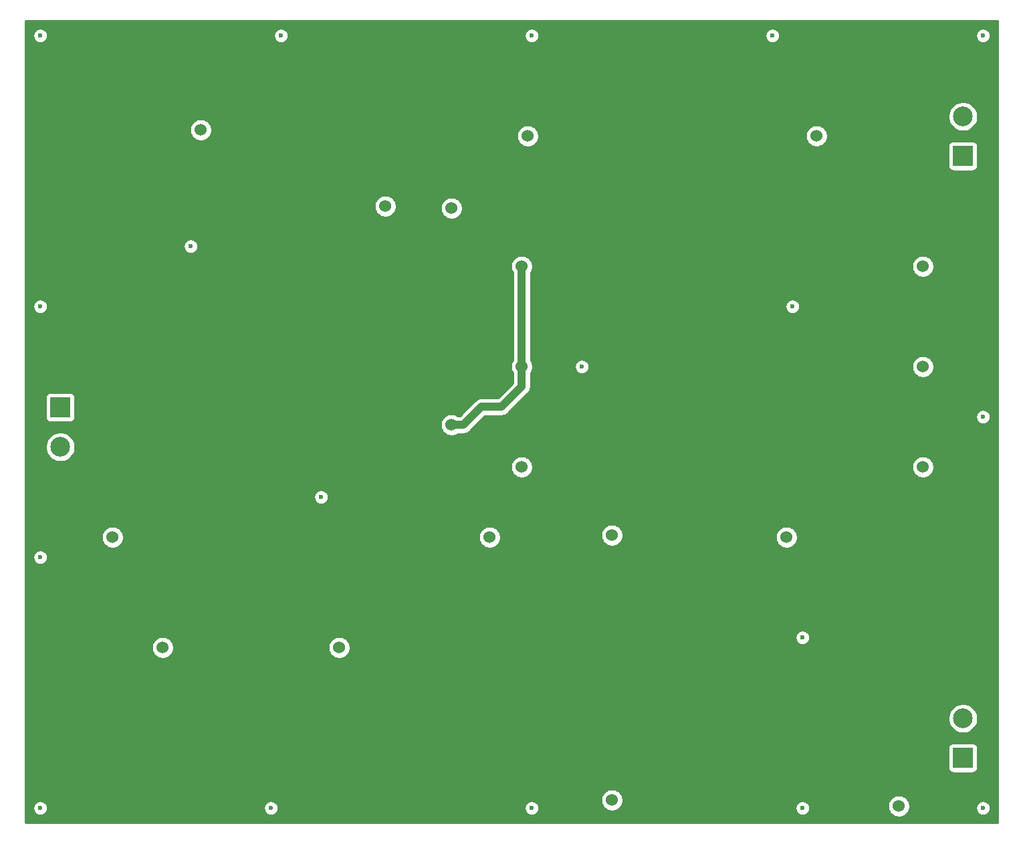
<source format=gbr>
G04 #@! TF.GenerationSoftware,KiCad,Pcbnew,(5.1.4)-1*
G04 #@! TF.CreationDate,2020-05-14T00:14:39-04:00*
G04 #@! TF.ProjectId,Crossover circuit,43726f73-736f-4766-9572-206369726375,rev?*
G04 #@! TF.SameCoordinates,Original*
G04 #@! TF.FileFunction,Copper,L2,Bot*
G04 #@! TF.FilePolarity,Positive*
%FSLAX46Y46*%
G04 Gerber Fmt 4.6, Leading zero omitted, Abs format (unit mm)*
G04 Created by KiCad (PCBNEW (5.1.4)-1) date 2020-05-14 00:14:39*
%MOMM*%
%LPD*%
G04 APERTURE LIST*
%ADD10C,0.600000*%
%ADD11C,1.524000*%
%ADD12C,2.500000*%
%ADD13R,2.500000X2.500000*%
%ADD14C,1.000000*%
%ADD15C,0.254000*%
G04 APERTURE END LIST*
D10*
X109220000Y-140970000D03*
X176530000Y-140970000D03*
X172720000Y-43180000D03*
X110490000Y-43180000D03*
X99060000Y-69850000D03*
X176530000Y-119380000D03*
X148590000Y-85090000D03*
X175260000Y-77470000D03*
X115570000Y-101600000D03*
X80010000Y-109220000D03*
X80010000Y-77470000D03*
X199390000Y-91440000D03*
X142240000Y-140970000D03*
X142240000Y-43180000D03*
X80010000Y-43180000D03*
X80010000Y-140970000D03*
X199390000Y-140970000D03*
X199390000Y-43180000D03*
D11*
X100330000Y-55118000D03*
X123698000Y-64770000D03*
D12*
X196850000Y-129620000D03*
D13*
X196850000Y-134620000D03*
D12*
X196850000Y-53420000D03*
D13*
X196850000Y-58420000D03*
D12*
X82550000Y-95250000D03*
D13*
X82550000Y-90250000D03*
D11*
X191770000Y-72390000D03*
X140970000Y-72390000D03*
X191770000Y-85090000D03*
X140970000Y-85090000D03*
X191770000Y-97790000D03*
X140970000Y-97790000D03*
X174498000Y-106680000D03*
X188722000Y-140716000D03*
X95504000Y-120650000D03*
X117856000Y-120650000D03*
X141732000Y-55880000D03*
X178308000Y-55880000D03*
X132080000Y-65024000D03*
X132080000Y-92456000D03*
X136906000Y-106680000D03*
X89154000Y-106680000D03*
X152400000Y-139954000D03*
X152400000Y-106426000D03*
D14*
X140970000Y-72390000D02*
X140970000Y-85090000D01*
X133604000Y-92456000D02*
X135890000Y-90170000D01*
X132080000Y-92456000D02*
X133604000Y-92456000D01*
X135890000Y-90170000D02*
X138430000Y-90170000D01*
X140970000Y-87630000D02*
X140970000Y-85090000D01*
X138430000Y-90170000D02*
X140970000Y-87630000D01*
D15*
G36*
X201270001Y-142850000D02*
G01*
X78130000Y-142850000D01*
X78130000Y-140877911D01*
X79075000Y-140877911D01*
X79075000Y-141062089D01*
X79110932Y-141242729D01*
X79181414Y-141412889D01*
X79283738Y-141566028D01*
X79413972Y-141696262D01*
X79567111Y-141798586D01*
X79737271Y-141869068D01*
X79917911Y-141905000D01*
X80102089Y-141905000D01*
X80282729Y-141869068D01*
X80452889Y-141798586D01*
X80606028Y-141696262D01*
X80736262Y-141566028D01*
X80838586Y-141412889D01*
X80909068Y-141242729D01*
X80945000Y-141062089D01*
X80945000Y-140877911D01*
X108285000Y-140877911D01*
X108285000Y-141062089D01*
X108320932Y-141242729D01*
X108391414Y-141412889D01*
X108493738Y-141566028D01*
X108623972Y-141696262D01*
X108777111Y-141798586D01*
X108947271Y-141869068D01*
X109127911Y-141905000D01*
X109312089Y-141905000D01*
X109492729Y-141869068D01*
X109662889Y-141798586D01*
X109816028Y-141696262D01*
X109946262Y-141566028D01*
X110048586Y-141412889D01*
X110119068Y-141242729D01*
X110155000Y-141062089D01*
X110155000Y-140877911D01*
X141305000Y-140877911D01*
X141305000Y-141062089D01*
X141340932Y-141242729D01*
X141411414Y-141412889D01*
X141513738Y-141566028D01*
X141643972Y-141696262D01*
X141797111Y-141798586D01*
X141967271Y-141869068D01*
X142147911Y-141905000D01*
X142332089Y-141905000D01*
X142512729Y-141869068D01*
X142682889Y-141798586D01*
X142836028Y-141696262D01*
X142966262Y-141566028D01*
X143068586Y-141412889D01*
X143139068Y-141242729D01*
X143175000Y-141062089D01*
X143175000Y-140877911D01*
X143139068Y-140697271D01*
X143068586Y-140527111D01*
X142966262Y-140373972D01*
X142836028Y-140243738D01*
X142682889Y-140141414D01*
X142512729Y-140070932D01*
X142332089Y-140035000D01*
X142147911Y-140035000D01*
X141967271Y-140070932D01*
X141797111Y-140141414D01*
X141643972Y-140243738D01*
X141513738Y-140373972D01*
X141411414Y-140527111D01*
X141340932Y-140697271D01*
X141305000Y-140877911D01*
X110155000Y-140877911D01*
X110119068Y-140697271D01*
X110048586Y-140527111D01*
X109946262Y-140373972D01*
X109816028Y-140243738D01*
X109662889Y-140141414D01*
X109492729Y-140070932D01*
X109312089Y-140035000D01*
X109127911Y-140035000D01*
X108947271Y-140070932D01*
X108777111Y-140141414D01*
X108623972Y-140243738D01*
X108493738Y-140373972D01*
X108391414Y-140527111D01*
X108320932Y-140697271D01*
X108285000Y-140877911D01*
X80945000Y-140877911D01*
X80909068Y-140697271D01*
X80838586Y-140527111D01*
X80736262Y-140373972D01*
X80606028Y-140243738D01*
X80452889Y-140141414D01*
X80282729Y-140070932D01*
X80102089Y-140035000D01*
X79917911Y-140035000D01*
X79737271Y-140070932D01*
X79567111Y-140141414D01*
X79413972Y-140243738D01*
X79283738Y-140373972D01*
X79181414Y-140527111D01*
X79110932Y-140697271D01*
X79075000Y-140877911D01*
X78130000Y-140877911D01*
X78130000Y-139816408D01*
X151003000Y-139816408D01*
X151003000Y-140091592D01*
X151056686Y-140361490D01*
X151161995Y-140615727D01*
X151314880Y-140844535D01*
X151509465Y-141039120D01*
X151738273Y-141192005D01*
X151992510Y-141297314D01*
X152262408Y-141351000D01*
X152537592Y-141351000D01*
X152807490Y-141297314D01*
X153061727Y-141192005D01*
X153290535Y-141039120D01*
X153451744Y-140877911D01*
X175595000Y-140877911D01*
X175595000Y-141062089D01*
X175630932Y-141242729D01*
X175701414Y-141412889D01*
X175803738Y-141566028D01*
X175933972Y-141696262D01*
X176087111Y-141798586D01*
X176257271Y-141869068D01*
X176437911Y-141905000D01*
X176622089Y-141905000D01*
X176802729Y-141869068D01*
X176972889Y-141798586D01*
X177126028Y-141696262D01*
X177256262Y-141566028D01*
X177358586Y-141412889D01*
X177429068Y-141242729D01*
X177465000Y-141062089D01*
X177465000Y-140877911D01*
X177429068Y-140697271D01*
X177379834Y-140578408D01*
X187325000Y-140578408D01*
X187325000Y-140853592D01*
X187378686Y-141123490D01*
X187483995Y-141377727D01*
X187636880Y-141606535D01*
X187831465Y-141801120D01*
X188060273Y-141954005D01*
X188314510Y-142059314D01*
X188584408Y-142113000D01*
X188859592Y-142113000D01*
X189129490Y-142059314D01*
X189383727Y-141954005D01*
X189612535Y-141801120D01*
X189807120Y-141606535D01*
X189960005Y-141377727D01*
X190065314Y-141123490D01*
X190114162Y-140877911D01*
X198455000Y-140877911D01*
X198455000Y-141062089D01*
X198490932Y-141242729D01*
X198561414Y-141412889D01*
X198663738Y-141566028D01*
X198793972Y-141696262D01*
X198947111Y-141798586D01*
X199117271Y-141869068D01*
X199297911Y-141905000D01*
X199482089Y-141905000D01*
X199662729Y-141869068D01*
X199832889Y-141798586D01*
X199986028Y-141696262D01*
X200116262Y-141566028D01*
X200218586Y-141412889D01*
X200289068Y-141242729D01*
X200325000Y-141062089D01*
X200325000Y-140877911D01*
X200289068Y-140697271D01*
X200218586Y-140527111D01*
X200116262Y-140373972D01*
X199986028Y-140243738D01*
X199832889Y-140141414D01*
X199662729Y-140070932D01*
X199482089Y-140035000D01*
X199297911Y-140035000D01*
X199117271Y-140070932D01*
X198947111Y-140141414D01*
X198793972Y-140243738D01*
X198663738Y-140373972D01*
X198561414Y-140527111D01*
X198490932Y-140697271D01*
X198455000Y-140877911D01*
X190114162Y-140877911D01*
X190119000Y-140853592D01*
X190119000Y-140578408D01*
X190065314Y-140308510D01*
X189960005Y-140054273D01*
X189807120Y-139825465D01*
X189612535Y-139630880D01*
X189383727Y-139477995D01*
X189129490Y-139372686D01*
X188859592Y-139319000D01*
X188584408Y-139319000D01*
X188314510Y-139372686D01*
X188060273Y-139477995D01*
X187831465Y-139630880D01*
X187636880Y-139825465D01*
X187483995Y-140054273D01*
X187378686Y-140308510D01*
X187325000Y-140578408D01*
X177379834Y-140578408D01*
X177358586Y-140527111D01*
X177256262Y-140373972D01*
X177126028Y-140243738D01*
X176972889Y-140141414D01*
X176802729Y-140070932D01*
X176622089Y-140035000D01*
X176437911Y-140035000D01*
X176257271Y-140070932D01*
X176087111Y-140141414D01*
X175933972Y-140243738D01*
X175803738Y-140373972D01*
X175701414Y-140527111D01*
X175630932Y-140697271D01*
X175595000Y-140877911D01*
X153451744Y-140877911D01*
X153485120Y-140844535D01*
X153638005Y-140615727D01*
X153743314Y-140361490D01*
X153797000Y-140091592D01*
X153797000Y-139816408D01*
X153743314Y-139546510D01*
X153638005Y-139292273D01*
X153485120Y-139063465D01*
X153290535Y-138868880D01*
X153061727Y-138715995D01*
X152807490Y-138610686D01*
X152537592Y-138557000D01*
X152262408Y-138557000D01*
X151992510Y-138610686D01*
X151738273Y-138715995D01*
X151509465Y-138868880D01*
X151314880Y-139063465D01*
X151161995Y-139292273D01*
X151056686Y-139546510D01*
X151003000Y-139816408D01*
X78130000Y-139816408D01*
X78130000Y-133370000D01*
X194961928Y-133370000D01*
X194961928Y-135870000D01*
X194974188Y-135994482D01*
X195010498Y-136114180D01*
X195069463Y-136224494D01*
X195148815Y-136321185D01*
X195245506Y-136400537D01*
X195355820Y-136459502D01*
X195475518Y-136495812D01*
X195600000Y-136508072D01*
X198100000Y-136508072D01*
X198224482Y-136495812D01*
X198344180Y-136459502D01*
X198454494Y-136400537D01*
X198551185Y-136321185D01*
X198630537Y-136224494D01*
X198689502Y-136114180D01*
X198725812Y-135994482D01*
X198738072Y-135870000D01*
X198738072Y-133370000D01*
X198725812Y-133245518D01*
X198689502Y-133125820D01*
X198630537Y-133015506D01*
X198551185Y-132918815D01*
X198454494Y-132839463D01*
X198344180Y-132780498D01*
X198224482Y-132744188D01*
X198100000Y-132731928D01*
X195600000Y-132731928D01*
X195475518Y-132744188D01*
X195355820Y-132780498D01*
X195245506Y-132839463D01*
X195148815Y-132918815D01*
X195069463Y-133015506D01*
X195010498Y-133125820D01*
X194974188Y-133245518D01*
X194961928Y-133370000D01*
X78130000Y-133370000D01*
X78130000Y-129434344D01*
X194965000Y-129434344D01*
X194965000Y-129805656D01*
X195037439Y-130169834D01*
X195179534Y-130512882D01*
X195385825Y-130821618D01*
X195648382Y-131084175D01*
X195957118Y-131290466D01*
X196300166Y-131432561D01*
X196664344Y-131505000D01*
X197035656Y-131505000D01*
X197399834Y-131432561D01*
X197742882Y-131290466D01*
X198051618Y-131084175D01*
X198314175Y-130821618D01*
X198520466Y-130512882D01*
X198662561Y-130169834D01*
X198735000Y-129805656D01*
X198735000Y-129434344D01*
X198662561Y-129070166D01*
X198520466Y-128727118D01*
X198314175Y-128418382D01*
X198051618Y-128155825D01*
X197742882Y-127949534D01*
X197399834Y-127807439D01*
X197035656Y-127735000D01*
X196664344Y-127735000D01*
X196300166Y-127807439D01*
X195957118Y-127949534D01*
X195648382Y-128155825D01*
X195385825Y-128418382D01*
X195179534Y-128727118D01*
X195037439Y-129070166D01*
X194965000Y-129434344D01*
X78130000Y-129434344D01*
X78130000Y-120512408D01*
X94107000Y-120512408D01*
X94107000Y-120787592D01*
X94160686Y-121057490D01*
X94265995Y-121311727D01*
X94418880Y-121540535D01*
X94613465Y-121735120D01*
X94842273Y-121888005D01*
X95096510Y-121993314D01*
X95366408Y-122047000D01*
X95641592Y-122047000D01*
X95911490Y-121993314D01*
X96165727Y-121888005D01*
X96394535Y-121735120D01*
X96589120Y-121540535D01*
X96742005Y-121311727D01*
X96847314Y-121057490D01*
X96901000Y-120787592D01*
X96901000Y-120512408D01*
X116459000Y-120512408D01*
X116459000Y-120787592D01*
X116512686Y-121057490D01*
X116617995Y-121311727D01*
X116770880Y-121540535D01*
X116965465Y-121735120D01*
X117194273Y-121888005D01*
X117448510Y-121993314D01*
X117718408Y-122047000D01*
X117993592Y-122047000D01*
X118263490Y-121993314D01*
X118517727Y-121888005D01*
X118746535Y-121735120D01*
X118941120Y-121540535D01*
X119094005Y-121311727D01*
X119199314Y-121057490D01*
X119253000Y-120787592D01*
X119253000Y-120512408D01*
X119199314Y-120242510D01*
X119094005Y-119988273D01*
X118941120Y-119759465D01*
X118746535Y-119564880D01*
X118517727Y-119411995D01*
X118263490Y-119306686D01*
X118169102Y-119287911D01*
X175595000Y-119287911D01*
X175595000Y-119472089D01*
X175630932Y-119652729D01*
X175701414Y-119822889D01*
X175803738Y-119976028D01*
X175933972Y-120106262D01*
X176087111Y-120208586D01*
X176257271Y-120279068D01*
X176437911Y-120315000D01*
X176622089Y-120315000D01*
X176802729Y-120279068D01*
X176972889Y-120208586D01*
X177126028Y-120106262D01*
X177256262Y-119976028D01*
X177358586Y-119822889D01*
X177429068Y-119652729D01*
X177465000Y-119472089D01*
X177465000Y-119287911D01*
X177429068Y-119107271D01*
X177358586Y-118937111D01*
X177256262Y-118783972D01*
X177126028Y-118653738D01*
X176972889Y-118551414D01*
X176802729Y-118480932D01*
X176622089Y-118445000D01*
X176437911Y-118445000D01*
X176257271Y-118480932D01*
X176087111Y-118551414D01*
X175933972Y-118653738D01*
X175803738Y-118783972D01*
X175701414Y-118937111D01*
X175630932Y-119107271D01*
X175595000Y-119287911D01*
X118169102Y-119287911D01*
X117993592Y-119253000D01*
X117718408Y-119253000D01*
X117448510Y-119306686D01*
X117194273Y-119411995D01*
X116965465Y-119564880D01*
X116770880Y-119759465D01*
X116617995Y-119988273D01*
X116512686Y-120242510D01*
X116459000Y-120512408D01*
X96901000Y-120512408D01*
X96847314Y-120242510D01*
X96742005Y-119988273D01*
X96589120Y-119759465D01*
X96394535Y-119564880D01*
X96165727Y-119411995D01*
X95911490Y-119306686D01*
X95641592Y-119253000D01*
X95366408Y-119253000D01*
X95096510Y-119306686D01*
X94842273Y-119411995D01*
X94613465Y-119564880D01*
X94418880Y-119759465D01*
X94265995Y-119988273D01*
X94160686Y-120242510D01*
X94107000Y-120512408D01*
X78130000Y-120512408D01*
X78130000Y-109127911D01*
X79075000Y-109127911D01*
X79075000Y-109312089D01*
X79110932Y-109492729D01*
X79181414Y-109662889D01*
X79283738Y-109816028D01*
X79413972Y-109946262D01*
X79567111Y-110048586D01*
X79737271Y-110119068D01*
X79917911Y-110155000D01*
X80102089Y-110155000D01*
X80282729Y-110119068D01*
X80452889Y-110048586D01*
X80606028Y-109946262D01*
X80736262Y-109816028D01*
X80838586Y-109662889D01*
X80909068Y-109492729D01*
X80945000Y-109312089D01*
X80945000Y-109127911D01*
X80909068Y-108947271D01*
X80838586Y-108777111D01*
X80736262Y-108623972D01*
X80606028Y-108493738D01*
X80452889Y-108391414D01*
X80282729Y-108320932D01*
X80102089Y-108285000D01*
X79917911Y-108285000D01*
X79737271Y-108320932D01*
X79567111Y-108391414D01*
X79413972Y-108493738D01*
X79283738Y-108623972D01*
X79181414Y-108777111D01*
X79110932Y-108947271D01*
X79075000Y-109127911D01*
X78130000Y-109127911D01*
X78130000Y-106542408D01*
X87757000Y-106542408D01*
X87757000Y-106817592D01*
X87810686Y-107087490D01*
X87915995Y-107341727D01*
X88068880Y-107570535D01*
X88263465Y-107765120D01*
X88492273Y-107918005D01*
X88746510Y-108023314D01*
X89016408Y-108077000D01*
X89291592Y-108077000D01*
X89561490Y-108023314D01*
X89815727Y-107918005D01*
X90044535Y-107765120D01*
X90239120Y-107570535D01*
X90392005Y-107341727D01*
X90497314Y-107087490D01*
X90551000Y-106817592D01*
X90551000Y-106542408D01*
X135509000Y-106542408D01*
X135509000Y-106817592D01*
X135562686Y-107087490D01*
X135667995Y-107341727D01*
X135820880Y-107570535D01*
X136015465Y-107765120D01*
X136244273Y-107918005D01*
X136498510Y-108023314D01*
X136768408Y-108077000D01*
X137043592Y-108077000D01*
X137313490Y-108023314D01*
X137567727Y-107918005D01*
X137796535Y-107765120D01*
X137991120Y-107570535D01*
X138144005Y-107341727D01*
X138249314Y-107087490D01*
X138303000Y-106817592D01*
X138303000Y-106542408D01*
X138252477Y-106288408D01*
X151003000Y-106288408D01*
X151003000Y-106563592D01*
X151056686Y-106833490D01*
X151161995Y-107087727D01*
X151314880Y-107316535D01*
X151509465Y-107511120D01*
X151738273Y-107664005D01*
X151992510Y-107769314D01*
X152262408Y-107823000D01*
X152537592Y-107823000D01*
X152807490Y-107769314D01*
X153061727Y-107664005D01*
X153290535Y-107511120D01*
X153485120Y-107316535D01*
X153638005Y-107087727D01*
X153743314Y-106833490D01*
X153797000Y-106563592D01*
X153797000Y-106542408D01*
X173101000Y-106542408D01*
X173101000Y-106817592D01*
X173154686Y-107087490D01*
X173259995Y-107341727D01*
X173412880Y-107570535D01*
X173607465Y-107765120D01*
X173836273Y-107918005D01*
X174090510Y-108023314D01*
X174360408Y-108077000D01*
X174635592Y-108077000D01*
X174905490Y-108023314D01*
X175159727Y-107918005D01*
X175388535Y-107765120D01*
X175583120Y-107570535D01*
X175736005Y-107341727D01*
X175841314Y-107087490D01*
X175895000Y-106817592D01*
X175895000Y-106542408D01*
X175841314Y-106272510D01*
X175736005Y-106018273D01*
X175583120Y-105789465D01*
X175388535Y-105594880D01*
X175159727Y-105441995D01*
X174905490Y-105336686D01*
X174635592Y-105283000D01*
X174360408Y-105283000D01*
X174090510Y-105336686D01*
X173836273Y-105441995D01*
X173607465Y-105594880D01*
X173412880Y-105789465D01*
X173259995Y-106018273D01*
X173154686Y-106272510D01*
X173101000Y-106542408D01*
X153797000Y-106542408D01*
X153797000Y-106288408D01*
X153743314Y-106018510D01*
X153638005Y-105764273D01*
X153485120Y-105535465D01*
X153290535Y-105340880D01*
X153061727Y-105187995D01*
X152807490Y-105082686D01*
X152537592Y-105029000D01*
X152262408Y-105029000D01*
X151992510Y-105082686D01*
X151738273Y-105187995D01*
X151509465Y-105340880D01*
X151314880Y-105535465D01*
X151161995Y-105764273D01*
X151056686Y-106018510D01*
X151003000Y-106288408D01*
X138252477Y-106288408D01*
X138249314Y-106272510D01*
X138144005Y-106018273D01*
X137991120Y-105789465D01*
X137796535Y-105594880D01*
X137567727Y-105441995D01*
X137313490Y-105336686D01*
X137043592Y-105283000D01*
X136768408Y-105283000D01*
X136498510Y-105336686D01*
X136244273Y-105441995D01*
X136015465Y-105594880D01*
X135820880Y-105789465D01*
X135667995Y-106018273D01*
X135562686Y-106272510D01*
X135509000Y-106542408D01*
X90551000Y-106542408D01*
X90497314Y-106272510D01*
X90392005Y-106018273D01*
X90239120Y-105789465D01*
X90044535Y-105594880D01*
X89815727Y-105441995D01*
X89561490Y-105336686D01*
X89291592Y-105283000D01*
X89016408Y-105283000D01*
X88746510Y-105336686D01*
X88492273Y-105441995D01*
X88263465Y-105594880D01*
X88068880Y-105789465D01*
X87915995Y-106018273D01*
X87810686Y-106272510D01*
X87757000Y-106542408D01*
X78130000Y-106542408D01*
X78130000Y-101507911D01*
X114635000Y-101507911D01*
X114635000Y-101692089D01*
X114670932Y-101872729D01*
X114741414Y-102042889D01*
X114843738Y-102196028D01*
X114973972Y-102326262D01*
X115127111Y-102428586D01*
X115297271Y-102499068D01*
X115477911Y-102535000D01*
X115662089Y-102535000D01*
X115842729Y-102499068D01*
X116012889Y-102428586D01*
X116166028Y-102326262D01*
X116296262Y-102196028D01*
X116398586Y-102042889D01*
X116469068Y-101872729D01*
X116505000Y-101692089D01*
X116505000Y-101507911D01*
X116469068Y-101327271D01*
X116398586Y-101157111D01*
X116296262Y-101003972D01*
X116166028Y-100873738D01*
X116012889Y-100771414D01*
X115842729Y-100700932D01*
X115662089Y-100665000D01*
X115477911Y-100665000D01*
X115297271Y-100700932D01*
X115127111Y-100771414D01*
X114973972Y-100873738D01*
X114843738Y-101003972D01*
X114741414Y-101157111D01*
X114670932Y-101327271D01*
X114635000Y-101507911D01*
X78130000Y-101507911D01*
X78130000Y-97652408D01*
X139573000Y-97652408D01*
X139573000Y-97927592D01*
X139626686Y-98197490D01*
X139731995Y-98451727D01*
X139884880Y-98680535D01*
X140079465Y-98875120D01*
X140308273Y-99028005D01*
X140562510Y-99133314D01*
X140832408Y-99187000D01*
X141107592Y-99187000D01*
X141377490Y-99133314D01*
X141631727Y-99028005D01*
X141860535Y-98875120D01*
X142055120Y-98680535D01*
X142208005Y-98451727D01*
X142313314Y-98197490D01*
X142367000Y-97927592D01*
X142367000Y-97652408D01*
X190373000Y-97652408D01*
X190373000Y-97927592D01*
X190426686Y-98197490D01*
X190531995Y-98451727D01*
X190684880Y-98680535D01*
X190879465Y-98875120D01*
X191108273Y-99028005D01*
X191362510Y-99133314D01*
X191632408Y-99187000D01*
X191907592Y-99187000D01*
X192177490Y-99133314D01*
X192431727Y-99028005D01*
X192660535Y-98875120D01*
X192855120Y-98680535D01*
X193008005Y-98451727D01*
X193113314Y-98197490D01*
X193167000Y-97927592D01*
X193167000Y-97652408D01*
X193113314Y-97382510D01*
X193008005Y-97128273D01*
X192855120Y-96899465D01*
X192660535Y-96704880D01*
X192431727Y-96551995D01*
X192177490Y-96446686D01*
X191907592Y-96393000D01*
X191632408Y-96393000D01*
X191362510Y-96446686D01*
X191108273Y-96551995D01*
X190879465Y-96704880D01*
X190684880Y-96899465D01*
X190531995Y-97128273D01*
X190426686Y-97382510D01*
X190373000Y-97652408D01*
X142367000Y-97652408D01*
X142313314Y-97382510D01*
X142208005Y-97128273D01*
X142055120Y-96899465D01*
X141860535Y-96704880D01*
X141631727Y-96551995D01*
X141377490Y-96446686D01*
X141107592Y-96393000D01*
X140832408Y-96393000D01*
X140562510Y-96446686D01*
X140308273Y-96551995D01*
X140079465Y-96704880D01*
X139884880Y-96899465D01*
X139731995Y-97128273D01*
X139626686Y-97382510D01*
X139573000Y-97652408D01*
X78130000Y-97652408D01*
X78130000Y-95064344D01*
X80665000Y-95064344D01*
X80665000Y-95435656D01*
X80737439Y-95799834D01*
X80879534Y-96142882D01*
X81085825Y-96451618D01*
X81348382Y-96714175D01*
X81657118Y-96920466D01*
X82000166Y-97062561D01*
X82364344Y-97135000D01*
X82735656Y-97135000D01*
X83099834Y-97062561D01*
X83442882Y-96920466D01*
X83751618Y-96714175D01*
X84014175Y-96451618D01*
X84220466Y-96142882D01*
X84362561Y-95799834D01*
X84435000Y-95435656D01*
X84435000Y-95064344D01*
X84362561Y-94700166D01*
X84220466Y-94357118D01*
X84014175Y-94048382D01*
X83751618Y-93785825D01*
X83442882Y-93579534D01*
X83099834Y-93437439D01*
X82735656Y-93365000D01*
X82364344Y-93365000D01*
X82000166Y-93437439D01*
X81657118Y-93579534D01*
X81348382Y-93785825D01*
X81085825Y-94048382D01*
X80879534Y-94357118D01*
X80737439Y-94700166D01*
X80665000Y-95064344D01*
X78130000Y-95064344D01*
X78130000Y-92318408D01*
X130683000Y-92318408D01*
X130683000Y-92593592D01*
X130736686Y-92863490D01*
X130841995Y-93117727D01*
X130994880Y-93346535D01*
X131189465Y-93541120D01*
X131418273Y-93694005D01*
X131672510Y-93799314D01*
X131942408Y-93853000D01*
X132217592Y-93853000D01*
X132487490Y-93799314D01*
X132741727Y-93694005D01*
X132895884Y-93591000D01*
X133548249Y-93591000D01*
X133604000Y-93596491D01*
X133659751Y-93591000D01*
X133659752Y-93591000D01*
X133826499Y-93574577D01*
X134040447Y-93509676D01*
X134237623Y-93404284D01*
X134410449Y-93262449D01*
X134445996Y-93219135D01*
X136317220Y-91347911D01*
X198455000Y-91347911D01*
X198455000Y-91532089D01*
X198490932Y-91712729D01*
X198561414Y-91882889D01*
X198663738Y-92036028D01*
X198793972Y-92166262D01*
X198947111Y-92268586D01*
X199117271Y-92339068D01*
X199297911Y-92375000D01*
X199482089Y-92375000D01*
X199662729Y-92339068D01*
X199832889Y-92268586D01*
X199986028Y-92166262D01*
X200116262Y-92036028D01*
X200218586Y-91882889D01*
X200289068Y-91712729D01*
X200325000Y-91532089D01*
X200325000Y-91347911D01*
X200289068Y-91167271D01*
X200218586Y-90997111D01*
X200116262Y-90843972D01*
X199986028Y-90713738D01*
X199832889Y-90611414D01*
X199662729Y-90540932D01*
X199482089Y-90505000D01*
X199297911Y-90505000D01*
X199117271Y-90540932D01*
X198947111Y-90611414D01*
X198793972Y-90713738D01*
X198663738Y-90843972D01*
X198561414Y-90997111D01*
X198490932Y-91167271D01*
X198455000Y-91347911D01*
X136317220Y-91347911D01*
X136360132Y-91305000D01*
X138374249Y-91305000D01*
X138430000Y-91310491D01*
X138485751Y-91305000D01*
X138485752Y-91305000D01*
X138652499Y-91288577D01*
X138866447Y-91223676D01*
X139063623Y-91118284D01*
X139236449Y-90976449D01*
X139271996Y-90933135D01*
X141733141Y-88471991D01*
X141776449Y-88436449D01*
X141918284Y-88263623D01*
X142023676Y-88066447D01*
X142088577Y-87852499D01*
X142105000Y-87685752D01*
X142105000Y-87685743D01*
X142110490Y-87630001D01*
X142105000Y-87574259D01*
X142105000Y-85905884D01*
X142208005Y-85751727D01*
X142313314Y-85497490D01*
X142367000Y-85227592D01*
X142367000Y-84997911D01*
X147655000Y-84997911D01*
X147655000Y-85182089D01*
X147690932Y-85362729D01*
X147761414Y-85532889D01*
X147863738Y-85686028D01*
X147993972Y-85816262D01*
X148147111Y-85918586D01*
X148317271Y-85989068D01*
X148497911Y-86025000D01*
X148682089Y-86025000D01*
X148862729Y-85989068D01*
X149032889Y-85918586D01*
X149186028Y-85816262D01*
X149316262Y-85686028D01*
X149418586Y-85532889D01*
X149489068Y-85362729D01*
X149525000Y-85182089D01*
X149525000Y-84997911D01*
X149515949Y-84952408D01*
X190373000Y-84952408D01*
X190373000Y-85227592D01*
X190426686Y-85497490D01*
X190531995Y-85751727D01*
X190684880Y-85980535D01*
X190879465Y-86175120D01*
X191108273Y-86328005D01*
X191362510Y-86433314D01*
X191632408Y-86487000D01*
X191907592Y-86487000D01*
X192177490Y-86433314D01*
X192431727Y-86328005D01*
X192660535Y-86175120D01*
X192855120Y-85980535D01*
X193008005Y-85751727D01*
X193113314Y-85497490D01*
X193167000Y-85227592D01*
X193167000Y-84952408D01*
X193113314Y-84682510D01*
X193008005Y-84428273D01*
X192855120Y-84199465D01*
X192660535Y-84004880D01*
X192431727Y-83851995D01*
X192177490Y-83746686D01*
X191907592Y-83693000D01*
X191632408Y-83693000D01*
X191362510Y-83746686D01*
X191108273Y-83851995D01*
X190879465Y-84004880D01*
X190684880Y-84199465D01*
X190531995Y-84428273D01*
X190426686Y-84682510D01*
X190373000Y-84952408D01*
X149515949Y-84952408D01*
X149489068Y-84817271D01*
X149418586Y-84647111D01*
X149316262Y-84493972D01*
X149186028Y-84363738D01*
X149032889Y-84261414D01*
X148862729Y-84190932D01*
X148682089Y-84155000D01*
X148497911Y-84155000D01*
X148317271Y-84190932D01*
X148147111Y-84261414D01*
X147993972Y-84363738D01*
X147863738Y-84493972D01*
X147761414Y-84647111D01*
X147690932Y-84817271D01*
X147655000Y-84997911D01*
X142367000Y-84997911D01*
X142367000Y-84952408D01*
X142313314Y-84682510D01*
X142208005Y-84428273D01*
X142105000Y-84274116D01*
X142105000Y-77377911D01*
X174325000Y-77377911D01*
X174325000Y-77562089D01*
X174360932Y-77742729D01*
X174431414Y-77912889D01*
X174533738Y-78066028D01*
X174663972Y-78196262D01*
X174817111Y-78298586D01*
X174987271Y-78369068D01*
X175167911Y-78405000D01*
X175352089Y-78405000D01*
X175532729Y-78369068D01*
X175702889Y-78298586D01*
X175856028Y-78196262D01*
X175986262Y-78066028D01*
X176088586Y-77912889D01*
X176159068Y-77742729D01*
X176195000Y-77562089D01*
X176195000Y-77377911D01*
X176159068Y-77197271D01*
X176088586Y-77027111D01*
X175986262Y-76873972D01*
X175856028Y-76743738D01*
X175702889Y-76641414D01*
X175532729Y-76570932D01*
X175352089Y-76535000D01*
X175167911Y-76535000D01*
X174987271Y-76570932D01*
X174817111Y-76641414D01*
X174663972Y-76743738D01*
X174533738Y-76873972D01*
X174431414Y-77027111D01*
X174360932Y-77197271D01*
X174325000Y-77377911D01*
X142105000Y-77377911D01*
X142105000Y-73205884D01*
X142208005Y-73051727D01*
X142313314Y-72797490D01*
X142367000Y-72527592D01*
X142367000Y-72252408D01*
X190373000Y-72252408D01*
X190373000Y-72527592D01*
X190426686Y-72797490D01*
X190531995Y-73051727D01*
X190684880Y-73280535D01*
X190879465Y-73475120D01*
X191108273Y-73628005D01*
X191362510Y-73733314D01*
X191632408Y-73787000D01*
X191907592Y-73787000D01*
X192177490Y-73733314D01*
X192431727Y-73628005D01*
X192660535Y-73475120D01*
X192855120Y-73280535D01*
X193008005Y-73051727D01*
X193113314Y-72797490D01*
X193167000Y-72527592D01*
X193167000Y-72252408D01*
X193113314Y-71982510D01*
X193008005Y-71728273D01*
X192855120Y-71499465D01*
X192660535Y-71304880D01*
X192431727Y-71151995D01*
X192177490Y-71046686D01*
X191907592Y-70993000D01*
X191632408Y-70993000D01*
X191362510Y-71046686D01*
X191108273Y-71151995D01*
X190879465Y-71304880D01*
X190684880Y-71499465D01*
X190531995Y-71728273D01*
X190426686Y-71982510D01*
X190373000Y-72252408D01*
X142367000Y-72252408D01*
X142313314Y-71982510D01*
X142208005Y-71728273D01*
X142055120Y-71499465D01*
X141860535Y-71304880D01*
X141631727Y-71151995D01*
X141377490Y-71046686D01*
X141107592Y-70993000D01*
X140832408Y-70993000D01*
X140562510Y-71046686D01*
X140308273Y-71151995D01*
X140079465Y-71304880D01*
X139884880Y-71499465D01*
X139731995Y-71728273D01*
X139626686Y-71982510D01*
X139573000Y-72252408D01*
X139573000Y-72527592D01*
X139626686Y-72797490D01*
X139731995Y-73051727D01*
X139835000Y-73205885D01*
X139835001Y-84274114D01*
X139731995Y-84428273D01*
X139626686Y-84682510D01*
X139573000Y-84952408D01*
X139573000Y-85227592D01*
X139626686Y-85497490D01*
X139731995Y-85751727D01*
X139835001Y-85905885D01*
X139835000Y-87159868D01*
X137959869Y-89035000D01*
X135945743Y-89035000D01*
X135889999Y-89029510D01*
X135834255Y-89035000D01*
X135834248Y-89035000D01*
X135688493Y-89049356D01*
X135667500Y-89051423D01*
X135617705Y-89066529D01*
X135453553Y-89116324D01*
X135256377Y-89221716D01*
X135083551Y-89363551D01*
X135048011Y-89406857D01*
X133133869Y-91321000D01*
X132895884Y-91321000D01*
X132741727Y-91217995D01*
X132487490Y-91112686D01*
X132217592Y-91059000D01*
X131942408Y-91059000D01*
X131672510Y-91112686D01*
X131418273Y-91217995D01*
X131189465Y-91370880D01*
X130994880Y-91565465D01*
X130841995Y-91794273D01*
X130736686Y-92048510D01*
X130683000Y-92318408D01*
X78130000Y-92318408D01*
X78130000Y-89000000D01*
X80661928Y-89000000D01*
X80661928Y-91500000D01*
X80674188Y-91624482D01*
X80710498Y-91744180D01*
X80769463Y-91854494D01*
X80848815Y-91951185D01*
X80945506Y-92030537D01*
X81055820Y-92089502D01*
X81175518Y-92125812D01*
X81300000Y-92138072D01*
X83800000Y-92138072D01*
X83924482Y-92125812D01*
X84044180Y-92089502D01*
X84154494Y-92030537D01*
X84251185Y-91951185D01*
X84330537Y-91854494D01*
X84389502Y-91744180D01*
X84425812Y-91624482D01*
X84438072Y-91500000D01*
X84438072Y-89000000D01*
X84425812Y-88875518D01*
X84389502Y-88755820D01*
X84330537Y-88645506D01*
X84251185Y-88548815D01*
X84154494Y-88469463D01*
X84044180Y-88410498D01*
X83924482Y-88374188D01*
X83800000Y-88361928D01*
X81300000Y-88361928D01*
X81175518Y-88374188D01*
X81055820Y-88410498D01*
X80945506Y-88469463D01*
X80848815Y-88548815D01*
X80769463Y-88645506D01*
X80710498Y-88755820D01*
X80674188Y-88875518D01*
X80661928Y-89000000D01*
X78130000Y-89000000D01*
X78130000Y-77377911D01*
X79075000Y-77377911D01*
X79075000Y-77562089D01*
X79110932Y-77742729D01*
X79181414Y-77912889D01*
X79283738Y-78066028D01*
X79413972Y-78196262D01*
X79567111Y-78298586D01*
X79737271Y-78369068D01*
X79917911Y-78405000D01*
X80102089Y-78405000D01*
X80282729Y-78369068D01*
X80452889Y-78298586D01*
X80606028Y-78196262D01*
X80736262Y-78066028D01*
X80838586Y-77912889D01*
X80909068Y-77742729D01*
X80945000Y-77562089D01*
X80945000Y-77377911D01*
X80909068Y-77197271D01*
X80838586Y-77027111D01*
X80736262Y-76873972D01*
X80606028Y-76743738D01*
X80452889Y-76641414D01*
X80282729Y-76570932D01*
X80102089Y-76535000D01*
X79917911Y-76535000D01*
X79737271Y-76570932D01*
X79567111Y-76641414D01*
X79413972Y-76743738D01*
X79283738Y-76873972D01*
X79181414Y-77027111D01*
X79110932Y-77197271D01*
X79075000Y-77377911D01*
X78130000Y-77377911D01*
X78130000Y-69757911D01*
X98125000Y-69757911D01*
X98125000Y-69942089D01*
X98160932Y-70122729D01*
X98231414Y-70292889D01*
X98333738Y-70446028D01*
X98463972Y-70576262D01*
X98617111Y-70678586D01*
X98787271Y-70749068D01*
X98967911Y-70785000D01*
X99152089Y-70785000D01*
X99332729Y-70749068D01*
X99502889Y-70678586D01*
X99656028Y-70576262D01*
X99786262Y-70446028D01*
X99888586Y-70292889D01*
X99959068Y-70122729D01*
X99995000Y-69942089D01*
X99995000Y-69757911D01*
X99959068Y-69577271D01*
X99888586Y-69407111D01*
X99786262Y-69253972D01*
X99656028Y-69123738D01*
X99502889Y-69021414D01*
X99332729Y-68950932D01*
X99152089Y-68915000D01*
X98967911Y-68915000D01*
X98787271Y-68950932D01*
X98617111Y-69021414D01*
X98463972Y-69123738D01*
X98333738Y-69253972D01*
X98231414Y-69407111D01*
X98160932Y-69577271D01*
X98125000Y-69757911D01*
X78130000Y-69757911D01*
X78130000Y-64632408D01*
X122301000Y-64632408D01*
X122301000Y-64907592D01*
X122354686Y-65177490D01*
X122459995Y-65431727D01*
X122612880Y-65660535D01*
X122807465Y-65855120D01*
X123036273Y-66008005D01*
X123290510Y-66113314D01*
X123560408Y-66167000D01*
X123835592Y-66167000D01*
X124105490Y-66113314D01*
X124359727Y-66008005D01*
X124588535Y-65855120D01*
X124783120Y-65660535D01*
X124936005Y-65431727D01*
X125041314Y-65177490D01*
X125095000Y-64907592D01*
X125095000Y-64886408D01*
X130683000Y-64886408D01*
X130683000Y-65161592D01*
X130736686Y-65431490D01*
X130841995Y-65685727D01*
X130994880Y-65914535D01*
X131189465Y-66109120D01*
X131418273Y-66262005D01*
X131672510Y-66367314D01*
X131942408Y-66421000D01*
X132217592Y-66421000D01*
X132487490Y-66367314D01*
X132741727Y-66262005D01*
X132970535Y-66109120D01*
X133165120Y-65914535D01*
X133318005Y-65685727D01*
X133423314Y-65431490D01*
X133477000Y-65161592D01*
X133477000Y-64886408D01*
X133423314Y-64616510D01*
X133318005Y-64362273D01*
X133165120Y-64133465D01*
X132970535Y-63938880D01*
X132741727Y-63785995D01*
X132487490Y-63680686D01*
X132217592Y-63627000D01*
X131942408Y-63627000D01*
X131672510Y-63680686D01*
X131418273Y-63785995D01*
X131189465Y-63938880D01*
X130994880Y-64133465D01*
X130841995Y-64362273D01*
X130736686Y-64616510D01*
X130683000Y-64886408D01*
X125095000Y-64886408D01*
X125095000Y-64632408D01*
X125041314Y-64362510D01*
X124936005Y-64108273D01*
X124783120Y-63879465D01*
X124588535Y-63684880D01*
X124359727Y-63531995D01*
X124105490Y-63426686D01*
X123835592Y-63373000D01*
X123560408Y-63373000D01*
X123290510Y-63426686D01*
X123036273Y-63531995D01*
X122807465Y-63684880D01*
X122612880Y-63879465D01*
X122459995Y-64108273D01*
X122354686Y-64362510D01*
X122301000Y-64632408D01*
X78130000Y-64632408D01*
X78130000Y-54980408D01*
X98933000Y-54980408D01*
X98933000Y-55255592D01*
X98986686Y-55525490D01*
X99091995Y-55779727D01*
X99244880Y-56008535D01*
X99439465Y-56203120D01*
X99668273Y-56356005D01*
X99922510Y-56461314D01*
X100192408Y-56515000D01*
X100467592Y-56515000D01*
X100737490Y-56461314D01*
X100991727Y-56356005D01*
X101220535Y-56203120D01*
X101415120Y-56008535D01*
X101568005Y-55779727D01*
X101583463Y-55742408D01*
X140335000Y-55742408D01*
X140335000Y-56017592D01*
X140388686Y-56287490D01*
X140493995Y-56541727D01*
X140646880Y-56770535D01*
X140841465Y-56965120D01*
X141070273Y-57118005D01*
X141324510Y-57223314D01*
X141594408Y-57277000D01*
X141869592Y-57277000D01*
X142139490Y-57223314D01*
X142393727Y-57118005D01*
X142622535Y-56965120D01*
X142817120Y-56770535D01*
X142970005Y-56541727D01*
X143075314Y-56287490D01*
X143129000Y-56017592D01*
X143129000Y-55742408D01*
X176911000Y-55742408D01*
X176911000Y-56017592D01*
X176964686Y-56287490D01*
X177069995Y-56541727D01*
X177222880Y-56770535D01*
X177417465Y-56965120D01*
X177646273Y-57118005D01*
X177900510Y-57223314D01*
X178170408Y-57277000D01*
X178445592Y-57277000D01*
X178715490Y-57223314D01*
X178844200Y-57170000D01*
X194961928Y-57170000D01*
X194961928Y-59670000D01*
X194974188Y-59794482D01*
X195010498Y-59914180D01*
X195069463Y-60024494D01*
X195148815Y-60121185D01*
X195245506Y-60200537D01*
X195355820Y-60259502D01*
X195475518Y-60295812D01*
X195600000Y-60308072D01*
X198100000Y-60308072D01*
X198224482Y-60295812D01*
X198344180Y-60259502D01*
X198454494Y-60200537D01*
X198551185Y-60121185D01*
X198630537Y-60024494D01*
X198689502Y-59914180D01*
X198725812Y-59794482D01*
X198738072Y-59670000D01*
X198738072Y-57170000D01*
X198725812Y-57045518D01*
X198689502Y-56925820D01*
X198630537Y-56815506D01*
X198551185Y-56718815D01*
X198454494Y-56639463D01*
X198344180Y-56580498D01*
X198224482Y-56544188D01*
X198100000Y-56531928D01*
X195600000Y-56531928D01*
X195475518Y-56544188D01*
X195355820Y-56580498D01*
X195245506Y-56639463D01*
X195148815Y-56718815D01*
X195069463Y-56815506D01*
X195010498Y-56925820D01*
X194974188Y-57045518D01*
X194961928Y-57170000D01*
X178844200Y-57170000D01*
X178969727Y-57118005D01*
X179198535Y-56965120D01*
X179393120Y-56770535D01*
X179546005Y-56541727D01*
X179651314Y-56287490D01*
X179705000Y-56017592D01*
X179705000Y-55742408D01*
X179651314Y-55472510D01*
X179546005Y-55218273D01*
X179393120Y-54989465D01*
X179198535Y-54794880D01*
X178969727Y-54641995D01*
X178715490Y-54536686D01*
X178445592Y-54483000D01*
X178170408Y-54483000D01*
X177900510Y-54536686D01*
X177646273Y-54641995D01*
X177417465Y-54794880D01*
X177222880Y-54989465D01*
X177069995Y-55218273D01*
X176964686Y-55472510D01*
X176911000Y-55742408D01*
X143129000Y-55742408D01*
X143075314Y-55472510D01*
X142970005Y-55218273D01*
X142817120Y-54989465D01*
X142622535Y-54794880D01*
X142393727Y-54641995D01*
X142139490Y-54536686D01*
X141869592Y-54483000D01*
X141594408Y-54483000D01*
X141324510Y-54536686D01*
X141070273Y-54641995D01*
X140841465Y-54794880D01*
X140646880Y-54989465D01*
X140493995Y-55218273D01*
X140388686Y-55472510D01*
X140335000Y-55742408D01*
X101583463Y-55742408D01*
X101673314Y-55525490D01*
X101727000Y-55255592D01*
X101727000Y-54980408D01*
X101673314Y-54710510D01*
X101568005Y-54456273D01*
X101415120Y-54227465D01*
X101220535Y-54032880D01*
X100991727Y-53879995D01*
X100737490Y-53774686D01*
X100467592Y-53721000D01*
X100192408Y-53721000D01*
X99922510Y-53774686D01*
X99668273Y-53879995D01*
X99439465Y-54032880D01*
X99244880Y-54227465D01*
X99091995Y-54456273D01*
X98986686Y-54710510D01*
X98933000Y-54980408D01*
X78130000Y-54980408D01*
X78130000Y-53234344D01*
X194965000Y-53234344D01*
X194965000Y-53605656D01*
X195037439Y-53969834D01*
X195179534Y-54312882D01*
X195385825Y-54621618D01*
X195648382Y-54884175D01*
X195957118Y-55090466D01*
X196300166Y-55232561D01*
X196664344Y-55305000D01*
X197035656Y-55305000D01*
X197399834Y-55232561D01*
X197742882Y-55090466D01*
X198051618Y-54884175D01*
X198314175Y-54621618D01*
X198520466Y-54312882D01*
X198662561Y-53969834D01*
X198735000Y-53605656D01*
X198735000Y-53234344D01*
X198662561Y-52870166D01*
X198520466Y-52527118D01*
X198314175Y-52218382D01*
X198051618Y-51955825D01*
X197742882Y-51749534D01*
X197399834Y-51607439D01*
X197035656Y-51535000D01*
X196664344Y-51535000D01*
X196300166Y-51607439D01*
X195957118Y-51749534D01*
X195648382Y-51955825D01*
X195385825Y-52218382D01*
X195179534Y-52527118D01*
X195037439Y-52870166D01*
X194965000Y-53234344D01*
X78130000Y-53234344D01*
X78130000Y-43087911D01*
X79075000Y-43087911D01*
X79075000Y-43272089D01*
X79110932Y-43452729D01*
X79181414Y-43622889D01*
X79283738Y-43776028D01*
X79413972Y-43906262D01*
X79567111Y-44008586D01*
X79737271Y-44079068D01*
X79917911Y-44115000D01*
X80102089Y-44115000D01*
X80282729Y-44079068D01*
X80452889Y-44008586D01*
X80606028Y-43906262D01*
X80736262Y-43776028D01*
X80838586Y-43622889D01*
X80909068Y-43452729D01*
X80945000Y-43272089D01*
X80945000Y-43087911D01*
X109555000Y-43087911D01*
X109555000Y-43272089D01*
X109590932Y-43452729D01*
X109661414Y-43622889D01*
X109763738Y-43776028D01*
X109893972Y-43906262D01*
X110047111Y-44008586D01*
X110217271Y-44079068D01*
X110397911Y-44115000D01*
X110582089Y-44115000D01*
X110762729Y-44079068D01*
X110932889Y-44008586D01*
X111086028Y-43906262D01*
X111216262Y-43776028D01*
X111318586Y-43622889D01*
X111389068Y-43452729D01*
X111425000Y-43272089D01*
X111425000Y-43087911D01*
X141305000Y-43087911D01*
X141305000Y-43272089D01*
X141340932Y-43452729D01*
X141411414Y-43622889D01*
X141513738Y-43776028D01*
X141643972Y-43906262D01*
X141797111Y-44008586D01*
X141967271Y-44079068D01*
X142147911Y-44115000D01*
X142332089Y-44115000D01*
X142512729Y-44079068D01*
X142682889Y-44008586D01*
X142836028Y-43906262D01*
X142966262Y-43776028D01*
X143068586Y-43622889D01*
X143139068Y-43452729D01*
X143175000Y-43272089D01*
X143175000Y-43087911D01*
X171785000Y-43087911D01*
X171785000Y-43272089D01*
X171820932Y-43452729D01*
X171891414Y-43622889D01*
X171993738Y-43776028D01*
X172123972Y-43906262D01*
X172277111Y-44008586D01*
X172447271Y-44079068D01*
X172627911Y-44115000D01*
X172812089Y-44115000D01*
X172992729Y-44079068D01*
X173162889Y-44008586D01*
X173316028Y-43906262D01*
X173446262Y-43776028D01*
X173548586Y-43622889D01*
X173619068Y-43452729D01*
X173655000Y-43272089D01*
X173655000Y-43087911D01*
X198455000Y-43087911D01*
X198455000Y-43272089D01*
X198490932Y-43452729D01*
X198561414Y-43622889D01*
X198663738Y-43776028D01*
X198793972Y-43906262D01*
X198947111Y-44008586D01*
X199117271Y-44079068D01*
X199297911Y-44115000D01*
X199482089Y-44115000D01*
X199662729Y-44079068D01*
X199832889Y-44008586D01*
X199986028Y-43906262D01*
X200116262Y-43776028D01*
X200218586Y-43622889D01*
X200289068Y-43452729D01*
X200325000Y-43272089D01*
X200325000Y-43087911D01*
X200289068Y-42907271D01*
X200218586Y-42737111D01*
X200116262Y-42583972D01*
X199986028Y-42453738D01*
X199832889Y-42351414D01*
X199662729Y-42280932D01*
X199482089Y-42245000D01*
X199297911Y-42245000D01*
X199117271Y-42280932D01*
X198947111Y-42351414D01*
X198793972Y-42453738D01*
X198663738Y-42583972D01*
X198561414Y-42737111D01*
X198490932Y-42907271D01*
X198455000Y-43087911D01*
X173655000Y-43087911D01*
X173619068Y-42907271D01*
X173548586Y-42737111D01*
X173446262Y-42583972D01*
X173316028Y-42453738D01*
X173162889Y-42351414D01*
X172992729Y-42280932D01*
X172812089Y-42245000D01*
X172627911Y-42245000D01*
X172447271Y-42280932D01*
X172277111Y-42351414D01*
X172123972Y-42453738D01*
X171993738Y-42583972D01*
X171891414Y-42737111D01*
X171820932Y-42907271D01*
X171785000Y-43087911D01*
X143175000Y-43087911D01*
X143139068Y-42907271D01*
X143068586Y-42737111D01*
X142966262Y-42583972D01*
X142836028Y-42453738D01*
X142682889Y-42351414D01*
X142512729Y-42280932D01*
X142332089Y-42245000D01*
X142147911Y-42245000D01*
X141967271Y-42280932D01*
X141797111Y-42351414D01*
X141643972Y-42453738D01*
X141513738Y-42583972D01*
X141411414Y-42737111D01*
X141340932Y-42907271D01*
X141305000Y-43087911D01*
X111425000Y-43087911D01*
X111389068Y-42907271D01*
X111318586Y-42737111D01*
X111216262Y-42583972D01*
X111086028Y-42453738D01*
X110932889Y-42351414D01*
X110762729Y-42280932D01*
X110582089Y-42245000D01*
X110397911Y-42245000D01*
X110217271Y-42280932D01*
X110047111Y-42351414D01*
X109893972Y-42453738D01*
X109763738Y-42583972D01*
X109661414Y-42737111D01*
X109590932Y-42907271D01*
X109555000Y-43087911D01*
X80945000Y-43087911D01*
X80909068Y-42907271D01*
X80838586Y-42737111D01*
X80736262Y-42583972D01*
X80606028Y-42453738D01*
X80452889Y-42351414D01*
X80282729Y-42280932D01*
X80102089Y-42245000D01*
X79917911Y-42245000D01*
X79737271Y-42280932D01*
X79567111Y-42351414D01*
X79413972Y-42453738D01*
X79283738Y-42583972D01*
X79181414Y-42737111D01*
X79110932Y-42907271D01*
X79075000Y-43087911D01*
X78130000Y-43087911D01*
X78130000Y-41300000D01*
X201270000Y-41300000D01*
X201270001Y-142850000D01*
X201270001Y-142850000D01*
G37*
X201270001Y-142850000D02*
X78130000Y-142850000D01*
X78130000Y-140877911D01*
X79075000Y-140877911D01*
X79075000Y-141062089D01*
X79110932Y-141242729D01*
X79181414Y-141412889D01*
X79283738Y-141566028D01*
X79413972Y-141696262D01*
X79567111Y-141798586D01*
X79737271Y-141869068D01*
X79917911Y-141905000D01*
X80102089Y-141905000D01*
X80282729Y-141869068D01*
X80452889Y-141798586D01*
X80606028Y-141696262D01*
X80736262Y-141566028D01*
X80838586Y-141412889D01*
X80909068Y-141242729D01*
X80945000Y-141062089D01*
X80945000Y-140877911D01*
X108285000Y-140877911D01*
X108285000Y-141062089D01*
X108320932Y-141242729D01*
X108391414Y-141412889D01*
X108493738Y-141566028D01*
X108623972Y-141696262D01*
X108777111Y-141798586D01*
X108947271Y-141869068D01*
X109127911Y-141905000D01*
X109312089Y-141905000D01*
X109492729Y-141869068D01*
X109662889Y-141798586D01*
X109816028Y-141696262D01*
X109946262Y-141566028D01*
X110048586Y-141412889D01*
X110119068Y-141242729D01*
X110155000Y-141062089D01*
X110155000Y-140877911D01*
X141305000Y-140877911D01*
X141305000Y-141062089D01*
X141340932Y-141242729D01*
X141411414Y-141412889D01*
X141513738Y-141566028D01*
X141643972Y-141696262D01*
X141797111Y-141798586D01*
X141967271Y-141869068D01*
X142147911Y-141905000D01*
X142332089Y-141905000D01*
X142512729Y-141869068D01*
X142682889Y-141798586D01*
X142836028Y-141696262D01*
X142966262Y-141566028D01*
X143068586Y-141412889D01*
X143139068Y-141242729D01*
X143175000Y-141062089D01*
X143175000Y-140877911D01*
X143139068Y-140697271D01*
X143068586Y-140527111D01*
X142966262Y-140373972D01*
X142836028Y-140243738D01*
X142682889Y-140141414D01*
X142512729Y-140070932D01*
X142332089Y-140035000D01*
X142147911Y-140035000D01*
X141967271Y-140070932D01*
X141797111Y-140141414D01*
X141643972Y-140243738D01*
X141513738Y-140373972D01*
X141411414Y-140527111D01*
X141340932Y-140697271D01*
X141305000Y-140877911D01*
X110155000Y-140877911D01*
X110119068Y-140697271D01*
X110048586Y-140527111D01*
X109946262Y-140373972D01*
X109816028Y-140243738D01*
X109662889Y-140141414D01*
X109492729Y-140070932D01*
X109312089Y-140035000D01*
X109127911Y-140035000D01*
X108947271Y-140070932D01*
X108777111Y-140141414D01*
X108623972Y-140243738D01*
X108493738Y-140373972D01*
X108391414Y-140527111D01*
X108320932Y-140697271D01*
X108285000Y-140877911D01*
X80945000Y-140877911D01*
X80909068Y-140697271D01*
X80838586Y-140527111D01*
X80736262Y-140373972D01*
X80606028Y-140243738D01*
X80452889Y-140141414D01*
X80282729Y-140070932D01*
X80102089Y-140035000D01*
X79917911Y-140035000D01*
X79737271Y-140070932D01*
X79567111Y-140141414D01*
X79413972Y-140243738D01*
X79283738Y-140373972D01*
X79181414Y-140527111D01*
X79110932Y-140697271D01*
X79075000Y-140877911D01*
X78130000Y-140877911D01*
X78130000Y-139816408D01*
X151003000Y-139816408D01*
X151003000Y-140091592D01*
X151056686Y-140361490D01*
X151161995Y-140615727D01*
X151314880Y-140844535D01*
X151509465Y-141039120D01*
X151738273Y-141192005D01*
X151992510Y-141297314D01*
X152262408Y-141351000D01*
X152537592Y-141351000D01*
X152807490Y-141297314D01*
X153061727Y-141192005D01*
X153290535Y-141039120D01*
X153451744Y-140877911D01*
X175595000Y-140877911D01*
X175595000Y-141062089D01*
X175630932Y-141242729D01*
X175701414Y-141412889D01*
X175803738Y-141566028D01*
X175933972Y-141696262D01*
X176087111Y-141798586D01*
X176257271Y-141869068D01*
X176437911Y-141905000D01*
X176622089Y-141905000D01*
X176802729Y-141869068D01*
X176972889Y-141798586D01*
X177126028Y-141696262D01*
X177256262Y-141566028D01*
X177358586Y-141412889D01*
X177429068Y-141242729D01*
X177465000Y-141062089D01*
X177465000Y-140877911D01*
X177429068Y-140697271D01*
X177379834Y-140578408D01*
X187325000Y-140578408D01*
X187325000Y-140853592D01*
X187378686Y-141123490D01*
X187483995Y-141377727D01*
X187636880Y-141606535D01*
X187831465Y-141801120D01*
X188060273Y-141954005D01*
X188314510Y-142059314D01*
X188584408Y-142113000D01*
X188859592Y-142113000D01*
X189129490Y-142059314D01*
X189383727Y-141954005D01*
X189612535Y-141801120D01*
X189807120Y-141606535D01*
X189960005Y-141377727D01*
X190065314Y-141123490D01*
X190114162Y-140877911D01*
X198455000Y-140877911D01*
X198455000Y-141062089D01*
X198490932Y-141242729D01*
X198561414Y-141412889D01*
X198663738Y-141566028D01*
X198793972Y-141696262D01*
X198947111Y-141798586D01*
X199117271Y-141869068D01*
X199297911Y-141905000D01*
X199482089Y-141905000D01*
X199662729Y-141869068D01*
X199832889Y-141798586D01*
X199986028Y-141696262D01*
X200116262Y-141566028D01*
X200218586Y-141412889D01*
X200289068Y-141242729D01*
X200325000Y-141062089D01*
X200325000Y-140877911D01*
X200289068Y-140697271D01*
X200218586Y-140527111D01*
X200116262Y-140373972D01*
X199986028Y-140243738D01*
X199832889Y-140141414D01*
X199662729Y-140070932D01*
X199482089Y-140035000D01*
X199297911Y-140035000D01*
X199117271Y-140070932D01*
X198947111Y-140141414D01*
X198793972Y-140243738D01*
X198663738Y-140373972D01*
X198561414Y-140527111D01*
X198490932Y-140697271D01*
X198455000Y-140877911D01*
X190114162Y-140877911D01*
X190119000Y-140853592D01*
X190119000Y-140578408D01*
X190065314Y-140308510D01*
X189960005Y-140054273D01*
X189807120Y-139825465D01*
X189612535Y-139630880D01*
X189383727Y-139477995D01*
X189129490Y-139372686D01*
X188859592Y-139319000D01*
X188584408Y-139319000D01*
X188314510Y-139372686D01*
X188060273Y-139477995D01*
X187831465Y-139630880D01*
X187636880Y-139825465D01*
X187483995Y-140054273D01*
X187378686Y-140308510D01*
X187325000Y-140578408D01*
X177379834Y-140578408D01*
X177358586Y-140527111D01*
X177256262Y-140373972D01*
X177126028Y-140243738D01*
X176972889Y-140141414D01*
X176802729Y-140070932D01*
X176622089Y-140035000D01*
X176437911Y-140035000D01*
X176257271Y-140070932D01*
X176087111Y-140141414D01*
X175933972Y-140243738D01*
X175803738Y-140373972D01*
X175701414Y-140527111D01*
X175630932Y-140697271D01*
X175595000Y-140877911D01*
X153451744Y-140877911D01*
X153485120Y-140844535D01*
X153638005Y-140615727D01*
X153743314Y-140361490D01*
X153797000Y-140091592D01*
X153797000Y-139816408D01*
X153743314Y-139546510D01*
X153638005Y-139292273D01*
X153485120Y-139063465D01*
X153290535Y-138868880D01*
X153061727Y-138715995D01*
X152807490Y-138610686D01*
X152537592Y-138557000D01*
X152262408Y-138557000D01*
X151992510Y-138610686D01*
X151738273Y-138715995D01*
X151509465Y-138868880D01*
X151314880Y-139063465D01*
X151161995Y-139292273D01*
X151056686Y-139546510D01*
X151003000Y-139816408D01*
X78130000Y-139816408D01*
X78130000Y-133370000D01*
X194961928Y-133370000D01*
X194961928Y-135870000D01*
X194974188Y-135994482D01*
X195010498Y-136114180D01*
X195069463Y-136224494D01*
X195148815Y-136321185D01*
X195245506Y-136400537D01*
X195355820Y-136459502D01*
X195475518Y-136495812D01*
X195600000Y-136508072D01*
X198100000Y-136508072D01*
X198224482Y-136495812D01*
X198344180Y-136459502D01*
X198454494Y-136400537D01*
X198551185Y-136321185D01*
X198630537Y-136224494D01*
X198689502Y-136114180D01*
X198725812Y-135994482D01*
X198738072Y-135870000D01*
X198738072Y-133370000D01*
X198725812Y-133245518D01*
X198689502Y-133125820D01*
X198630537Y-133015506D01*
X198551185Y-132918815D01*
X198454494Y-132839463D01*
X198344180Y-132780498D01*
X198224482Y-132744188D01*
X198100000Y-132731928D01*
X195600000Y-132731928D01*
X195475518Y-132744188D01*
X195355820Y-132780498D01*
X195245506Y-132839463D01*
X195148815Y-132918815D01*
X195069463Y-133015506D01*
X195010498Y-133125820D01*
X194974188Y-133245518D01*
X194961928Y-133370000D01*
X78130000Y-133370000D01*
X78130000Y-129434344D01*
X194965000Y-129434344D01*
X194965000Y-129805656D01*
X195037439Y-130169834D01*
X195179534Y-130512882D01*
X195385825Y-130821618D01*
X195648382Y-131084175D01*
X195957118Y-131290466D01*
X196300166Y-131432561D01*
X196664344Y-131505000D01*
X197035656Y-131505000D01*
X197399834Y-131432561D01*
X197742882Y-131290466D01*
X198051618Y-131084175D01*
X198314175Y-130821618D01*
X198520466Y-130512882D01*
X198662561Y-130169834D01*
X198735000Y-129805656D01*
X198735000Y-129434344D01*
X198662561Y-129070166D01*
X198520466Y-128727118D01*
X198314175Y-128418382D01*
X198051618Y-128155825D01*
X197742882Y-127949534D01*
X197399834Y-127807439D01*
X197035656Y-127735000D01*
X196664344Y-127735000D01*
X196300166Y-127807439D01*
X195957118Y-127949534D01*
X195648382Y-128155825D01*
X195385825Y-128418382D01*
X195179534Y-128727118D01*
X195037439Y-129070166D01*
X194965000Y-129434344D01*
X78130000Y-129434344D01*
X78130000Y-120512408D01*
X94107000Y-120512408D01*
X94107000Y-120787592D01*
X94160686Y-121057490D01*
X94265995Y-121311727D01*
X94418880Y-121540535D01*
X94613465Y-121735120D01*
X94842273Y-121888005D01*
X95096510Y-121993314D01*
X95366408Y-122047000D01*
X95641592Y-122047000D01*
X95911490Y-121993314D01*
X96165727Y-121888005D01*
X96394535Y-121735120D01*
X96589120Y-121540535D01*
X96742005Y-121311727D01*
X96847314Y-121057490D01*
X96901000Y-120787592D01*
X96901000Y-120512408D01*
X116459000Y-120512408D01*
X116459000Y-120787592D01*
X116512686Y-121057490D01*
X116617995Y-121311727D01*
X116770880Y-121540535D01*
X116965465Y-121735120D01*
X117194273Y-121888005D01*
X117448510Y-121993314D01*
X117718408Y-122047000D01*
X117993592Y-122047000D01*
X118263490Y-121993314D01*
X118517727Y-121888005D01*
X118746535Y-121735120D01*
X118941120Y-121540535D01*
X119094005Y-121311727D01*
X119199314Y-121057490D01*
X119253000Y-120787592D01*
X119253000Y-120512408D01*
X119199314Y-120242510D01*
X119094005Y-119988273D01*
X118941120Y-119759465D01*
X118746535Y-119564880D01*
X118517727Y-119411995D01*
X118263490Y-119306686D01*
X118169102Y-119287911D01*
X175595000Y-119287911D01*
X175595000Y-119472089D01*
X175630932Y-119652729D01*
X175701414Y-119822889D01*
X175803738Y-119976028D01*
X175933972Y-120106262D01*
X176087111Y-120208586D01*
X176257271Y-120279068D01*
X176437911Y-120315000D01*
X176622089Y-120315000D01*
X176802729Y-120279068D01*
X176972889Y-120208586D01*
X177126028Y-120106262D01*
X177256262Y-119976028D01*
X177358586Y-119822889D01*
X177429068Y-119652729D01*
X177465000Y-119472089D01*
X177465000Y-119287911D01*
X177429068Y-119107271D01*
X177358586Y-118937111D01*
X177256262Y-118783972D01*
X177126028Y-118653738D01*
X176972889Y-118551414D01*
X176802729Y-118480932D01*
X176622089Y-118445000D01*
X176437911Y-118445000D01*
X176257271Y-118480932D01*
X176087111Y-118551414D01*
X175933972Y-118653738D01*
X175803738Y-118783972D01*
X175701414Y-118937111D01*
X175630932Y-119107271D01*
X175595000Y-119287911D01*
X118169102Y-119287911D01*
X117993592Y-119253000D01*
X117718408Y-119253000D01*
X117448510Y-119306686D01*
X117194273Y-119411995D01*
X116965465Y-119564880D01*
X116770880Y-119759465D01*
X116617995Y-119988273D01*
X116512686Y-120242510D01*
X116459000Y-120512408D01*
X96901000Y-120512408D01*
X96847314Y-120242510D01*
X96742005Y-119988273D01*
X96589120Y-119759465D01*
X96394535Y-119564880D01*
X96165727Y-119411995D01*
X95911490Y-119306686D01*
X95641592Y-119253000D01*
X95366408Y-119253000D01*
X95096510Y-119306686D01*
X94842273Y-119411995D01*
X94613465Y-119564880D01*
X94418880Y-119759465D01*
X94265995Y-119988273D01*
X94160686Y-120242510D01*
X94107000Y-120512408D01*
X78130000Y-120512408D01*
X78130000Y-109127911D01*
X79075000Y-109127911D01*
X79075000Y-109312089D01*
X79110932Y-109492729D01*
X79181414Y-109662889D01*
X79283738Y-109816028D01*
X79413972Y-109946262D01*
X79567111Y-110048586D01*
X79737271Y-110119068D01*
X79917911Y-110155000D01*
X80102089Y-110155000D01*
X80282729Y-110119068D01*
X80452889Y-110048586D01*
X80606028Y-109946262D01*
X80736262Y-109816028D01*
X80838586Y-109662889D01*
X80909068Y-109492729D01*
X80945000Y-109312089D01*
X80945000Y-109127911D01*
X80909068Y-108947271D01*
X80838586Y-108777111D01*
X80736262Y-108623972D01*
X80606028Y-108493738D01*
X80452889Y-108391414D01*
X80282729Y-108320932D01*
X80102089Y-108285000D01*
X79917911Y-108285000D01*
X79737271Y-108320932D01*
X79567111Y-108391414D01*
X79413972Y-108493738D01*
X79283738Y-108623972D01*
X79181414Y-108777111D01*
X79110932Y-108947271D01*
X79075000Y-109127911D01*
X78130000Y-109127911D01*
X78130000Y-106542408D01*
X87757000Y-106542408D01*
X87757000Y-106817592D01*
X87810686Y-107087490D01*
X87915995Y-107341727D01*
X88068880Y-107570535D01*
X88263465Y-107765120D01*
X88492273Y-107918005D01*
X88746510Y-108023314D01*
X89016408Y-108077000D01*
X89291592Y-108077000D01*
X89561490Y-108023314D01*
X89815727Y-107918005D01*
X90044535Y-107765120D01*
X90239120Y-107570535D01*
X90392005Y-107341727D01*
X90497314Y-107087490D01*
X90551000Y-106817592D01*
X90551000Y-106542408D01*
X135509000Y-106542408D01*
X135509000Y-106817592D01*
X135562686Y-107087490D01*
X135667995Y-107341727D01*
X135820880Y-107570535D01*
X136015465Y-107765120D01*
X136244273Y-107918005D01*
X136498510Y-108023314D01*
X136768408Y-108077000D01*
X137043592Y-108077000D01*
X137313490Y-108023314D01*
X137567727Y-107918005D01*
X137796535Y-107765120D01*
X137991120Y-107570535D01*
X138144005Y-107341727D01*
X138249314Y-107087490D01*
X138303000Y-106817592D01*
X138303000Y-106542408D01*
X138252477Y-106288408D01*
X151003000Y-106288408D01*
X151003000Y-106563592D01*
X151056686Y-106833490D01*
X151161995Y-107087727D01*
X151314880Y-107316535D01*
X151509465Y-107511120D01*
X151738273Y-107664005D01*
X151992510Y-107769314D01*
X152262408Y-107823000D01*
X152537592Y-107823000D01*
X152807490Y-107769314D01*
X153061727Y-107664005D01*
X153290535Y-107511120D01*
X153485120Y-107316535D01*
X153638005Y-107087727D01*
X153743314Y-106833490D01*
X153797000Y-106563592D01*
X153797000Y-106542408D01*
X173101000Y-106542408D01*
X173101000Y-106817592D01*
X173154686Y-107087490D01*
X173259995Y-107341727D01*
X173412880Y-107570535D01*
X173607465Y-107765120D01*
X173836273Y-107918005D01*
X174090510Y-108023314D01*
X174360408Y-108077000D01*
X174635592Y-108077000D01*
X174905490Y-108023314D01*
X175159727Y-107918005D01*
X175388535Y-107765120D01*
X175583120Y-107570535D01*
X175736005Y-107341727D01*
X175841314Y-107087490D01*
X175895000Y-106817592D01*
X175895000Y-106542408D01*
X175841314Y-106272510D01*
X175736005Y-106018273D01*
X175583120Y-105789465D01*
X175388535Y-105594880D01*
X175159727Y-105441995D01*
X174905490Y-105336686D01*
X174635592Y-105283000D01*
X174360408Y-105283000D01*
X174090510Y-105336686D01*
X173836273Y-105441995D01*
X173607465Y-105594880D01*
X173412880Y-105789465D01*
X173259995Y-106018273D01*
X173154686Y-106272510D01*
X173101000Y-106542408D01*
X153797000Y-106542408D01*
X153797000Y-106288408D01*
X153743314Y-106018510D01*
X153638005Y-105764273D01*
X153485120Y-105535465D01*
X153290535Y-105340880D01*
X153061727Y-105187995D01*
X152807490Y-105082686D01*
X152537592Y-105029000D01*
X152262408Y-105029000D01*
X151992510Y-105082686D01*
X151738273Y-105187995D01*
X151509465Y-105340880D01*
X151314880Y-105535465D01*
X151161995Y-105764273D01*
X151056686Y-106018510D01*
X151003000Y-106288408D01*
X138252477Y-106288408D01*
X138249314Y-106272510D01*
X138144005Y-106018273D01*
X137991120Y-105789465D01*
X137796535Y-105594880D01*
X137567727Y-105441995D01*
X137313490Y-105336686D01*
X137043592Y-105283000D01*
X136768408Y-105283000D01*
X136498510Y-105336686D01*
X136244273Y-105441995D01*
X136015465Y-105594880D01*
X135820880Y-105789465D01*
X135667995Y-106018273D01*
X135562686Y-106272510D01*
X135509000Y-106542408D01*
X90551000Y-106542408D01*
X90497314Y-106272510D01*
X90392005Y-106018273D01*
X90239120Y-105789465D01*
X90044535Y-105594880D01*
X89815727Y-105441995D01*
X89561490Y-105336686D01*
X89291592Y-105283000D01*
X89016408Y-105283000D01*
X88746510Y-105336686D01*
X88492273Y-105441995D01*
X88263465Y-105594880D01*
X88068880Y-105789465D01*
X87915995Y-106018273D01*
X87810686Y-106272510D01*
X87757000Y-106542408D01*
X78130000Y-106542408D01*
X78130000Y-101507911D01*
X114635000Y-101507911D01*
X114635000Y-101692089D01*
X114670932Y-101872729D01*
X114741414Y-102042889D01*
X114843738Y-102196028D01*
X114973972Y-102326262D01*
X115127111Y-102428586D01*
X115297271Y-102499068D01*
X115477911Y-102535000D01*
X115662089Y-102535000D01*
X115842729Y-102499068D01*
X116012889Y-102428586D01*
X116166028Y-102326262D01*
X116296262Y-102196028D01*
X116398586Y-102042889D01*
X116469068Y-101872729D01*
X116505000Y-101692089D01*
X116505000Y-101507911D01*
X116469068Y-101327271D01*
X116398586Y-101157111D01*
X116296262Y-101003972D01*
X116166028Y-100873738D01*
X116012889Y-100771414D01*
X115842729Y-100700932D01*
X115662089Y-100665000D01*
X115477911Y-100665000D01*
X115297271Y-100700932D01*
X115127111Y-100771414D01*
X114973972Y-100873738D01*
X114843738Y-101003972D01*
X114741414Y-101157111D01*
X114670932Y-101327271D01*
X114635000Y-101507911D01*
X78130000Y-101507911D01*
X78130000Y-97652408D01*
X139573000Y-97652408D01*
X139573000Y-97927592D01*
X139626686Y-98197490D01*
X139731995Y-98451727D01*
X139884880Y-98680535D01*
X140079465Y-98875120D01*
X140308273Y-99028005D01*
X140562510Y-99133314D01*
X140832408Y-99187000D01*
X141107592Y-99187000D01*
X141377490Y-99133314D01*
X141631727Y-99028005D01*
X141860535Y-98875120D01*
X142055120Y-98680535D01*
X142208005Y-98451727D01*
X142313314Y-98197490D01*
X142367000Y-97927592D01*
X142367000Y-97652408D01*
X190373000Y-97652408D01*
X190373000Y-97927592D01*
X190426686Y-98197490D01*
X190531995Y-98451727D01*
X190684880Y-98680535D01*
X190879465Y-98875120D01*
X191108273Y-99028005D01*
X191362510Y-99133314D01*
X191632408Y-99187000D01*
X191907592Y-99187000D01*
X192177490Y-99133314D01*
X192431727Y-99028005D01*
X192660535Y-98875120D01*
X192855120Y-98680535D01*
X193008005Y-98451727D01*
X193113314Y-98197490D01*
X193167000Y-97927592D01*
X193167000Y-97652408D01*
X193113314Y-97382510D01*
X193008005Y-97128273D01*
X192855120Y-96899465D01*
X192660535Y-96704880D01*
X192431727Y-96551995D01*
X192177490Y-96446686D01*
X191907592Y-96393000D01*
X191632408Y-96393000D01*
X191362510Y-96446686D01*
X191108273Y-96551995D01*
X190879465Y-96704880D01*
X190684880Y-96899465D01*
X190531995Y-97128273D01*
X190426686Y-97382510D01*
X190373000Y-97652408D01*
X142367000Y-97652408D01*
X142313314Y-97382510D01*
X142208005Y-97128273D01*
X142055120Y-96899465D01*
X141860535Y-96704880D01*
X141631727Y-96551995D01*
X141377490Y-96446686D01*
X141107592Y-96393000D01*
X140832408Y-96393000D01*
X140562510Y-96446686D01*
X140308273Y-96551995D01*
X140079465Y-96704880D01*
X139884880Y-96899465D01*
X139731995Y-97128273D01*
X139626686Y-97382510D01*
X139573000Y-97652408D01*
X78130000Y-97652408D01*
X78130000Y-95064344D01*
X80665000Y-95064344D01*
X80665000Y-95435656D01*
X80737439Y-95799834D01*
X80879534Y-96142882D01*
X81085825Y-96451618D01*
X81348382Y-96714175D01*
X81657118Y-96920466D01*
X82000166Y-97062561D01*
X82364344Y-97135000D01*
X82735656Y-97135000D01*
X83099834Y-97062561D01*
X83442882Y-96920466D01*
X83751618Y-96714175D01*
X84014175Y-96451618D01*
X84220466Y-96142882D01*
X84362561Y-95799834D01*
X84435000Y-95435656D01*
X84435000Y-95064344D01*
X84362561Y-94700166D01*
X84220466Y-94357118D01*
X84014175Y-94048382D01*
X83751618Y-93785825D01*
X83442882Y-93579534D01*
X83099834Y-93437439D01*
X82735656Y-93365000D01*
X82364344Y-93365000D01*
X82000166Y-93437439D01*
X81657118Y-93579534D01*
X81348382Y-93785825D01*
X81085825Y-94048382D01*
X80879534Y-94357118D01*
X80737439Y-94700166D01*
X80665000Y-95064344D01*
X78130000Y-95064344D01*
X78130000Y-92318408D01*
X130683000Y-92318408D01*
X130683000Y-92593592D01*
X130736686Y-92863490D01*
X130841995Y-93117727D01*
X130994880Y-93346535D01*
X131189465Y-93541120D01*
X131418273Y-93694005D01*
X131672510Y-93799314D01*
X131942408Y-93853000D01*
X132217592Y-93853000D01*
X132487490Y-93799314D01*
X132741727Y-93694005D01*
X132895884Y-93591000D01*
X133548249Y-93591000D01*
X133604000Y-93596491D01*
X133659751Y-93591000D01*
X133659752Y-93591000D01*
X133826499Y-93574577D01*
X134040447Y-93509676D01*
X134237623Y-93404284D01*
X134410449Y-93262449D01*
X134445996Y-93219135D01*
X136317220Y-91347911D01*
X198455000Y-91347911D01*
X198455000Y-91532089D01*
X198490932Y-91712729D01*
X198561414Y-91882889D01*
X198663738Y-92036028D01*
X198793972Y-92166262D01*
X198947111Y-92268586D01*
X199117271Y-92339068D01*
X199297911Y-92375000D01*
X199482089Y-92375000D01*
X199662729Y-92339068D01*
X199832889Y-92268586D01*
X199986028Y-92166262D01*
X200116262Y-92036028D01*
X200218586Y-91882889D01*
X200289068Y-91712729D01*
X200325000Y-91532089D01*
X200325000Y-91347911D01*
X200289068Y-91167271D01*
X200218586Y-90997111D01*
X200116262Y-90843972D01*
X199986028Y-90713738D01*
X199832889Y-90611414D01*
X199662729Y-90540932D01*
X199482089Y-90505000D01*
X199297911Y-90505000D01*
X199117271Y-90540932D01*
X198947111Y-90611414D01*
X198793972Y-90713738D01*
X198663738Y-90843972D01*
X198561414Y-90997111D01*
X198490932Y-91167271D01*
X198455000Y-91347911D01*
X136317220Y-91347911D01*
X136360132Y-91305000D01*
X138374249Y-91305000D01*
X138430000Y-91310491D01*
X138485751Y-91305000D01*
X138485752Y-91305000D01*
X138652499Y-91288577D01*
X138866447Y-91223676D01*
X139063623Y-91118284D01*
X139236449Y-90976449D01*
X139271996Y-90933135D01*
X141733141Y-88471991D01*
X141776449Y-88436449D01*
X141918284Y-88263623D01*
X142023676Y-88066447D01*
X142088577Y-87852499D01*
X142105000Y-87685752D01*
X142105000Y-87685743D01*
X142110490Y-87630001D01*
X142105000Y-87574259D01*
X142105000Y-85905884D01*
X142208005Y-85751727D01*
X142313314Y-85497490D01*
X142367000Y-85227592D01*
X142367000Y-84997911D01*
X147655000Y-84997911D01*
X147655000Y-85182089D01*
X147690932Y-85362729D01*
X147761414Y-85532889D01*
X147863738Y-85686028D01*
X147993972Y-85816262D01*
X148147111Y-85918586D01*
X148317271Y-85989068D01*
X148497911Y-86025000D01*
X148682089Y-86025000D01*
X148862729Y-85989068D01*
X149032889Y-85918586D01*
X149186028Y-85816262D01*
X149316262Y-85686028D01*
X149418586Y-85532889D01*
X149489068Y-85362729D01*
X149525000Y-85182089D01*
X149525000Y-84997911D01*
X149515949Y-84952408D01*
X190373000Y-84952408D01*
X190373000Y-85227592D01*
X190426686Y-85497490D01*
X190531995Y-85751727D01*
X190684880Y-85980535D01*
X190879465Y-86175120D01*
X191108273Y-86328005D01*
X191362510Y-86433314D01*
X191632408Y-86487000D01*
X191907592Y-86487000D01*
X192177490Y-86433314D01*
X192431727Y-86328005D01*
X192660535Y-86175120D01*
X192855120Y-85980535D01*
X193008005Y-85751727D01*
X193113314Y-85497490D01*
X193167000Y-85227592D01*
X193167000Y-84952408D01*
X193113314Y-84682510D01*
X193008005Y-84428273D01*
X192855120Y-84199465D01*
X192660535Y-84004880D01*
X192431727Y-83851995D01*
X192177490Y-83746686D01*
X191907592Y-83693000D01*
X191632408Y-83693000D01*
X191362510Y-83746686D01*
X191108273Y-83851995D01*
X190879465Y-84004880D01*
X190684880Y-84199465D01*
X190531995Y-84428273D01*
X190426686Y-84682510D01*
X190373000Y-84952408D01*
X149515949Y-84952408D01*
X149489068Y-84817271D01*
X149418586Y-84647111D01*
X149316262Y-84493972D01*
X149186028Y-84363738D01*
X149032889Y-84261414D01*
X148862729Y-84190932D01*
X148682089Y-84155000D01*
X148497911Y-84155000D01*
X148317271Y-84190932D01*
X148147111Y-84261414D01*
X147993972Y-84363738D01*
X147863738Y-84493972D01*
X147761414Y-84647111D01*
X147690932Y-84817271D01*
X147655000Y-84997911D01*
X142367000Y-84997911D01*
X142367000Y-84952408D01*
X142313314Y-84682510D01*
X142208005Y-84428273D01*
X142105000Y-84274116D01*
X142105000Y-77377911D01*
X174325000Y-77377911D01*
X174325000Y-77562089D01*
X174360932Y-77742729D01*
X174431414Y-77912889D01*
X174533738Y-78066028D01*
X174663972Y-78196262D01*
X174817111Y-78298586D01*
X174987271Y-78369068D01*
X175167911Y-78405000D01*
X175352089Y-78405000D01*
X175532729Y-78369068D01*
X175702889Y-78298586D01*
X175856028Y-78196262D01*
X175986262Y-78066028D01*
X176088586Y-77912889D01*
X176159068Y-77742729D01*
X176195000Y-77562089D01*
X176195000Y-77377911D01*
X176159068Y-77197271D01*
X176088586Y-77027111D01*
X175986262Y-76873972D01*
X175856028Y-76743738D01*
X175702889Y-76641414D01*
X175532729Y-76570932D01*
X175352089Y-76535000D01*
X175167911Y-76535000D01*
X174987271Y-76570932D01*
X174817111Y-76641414D01*
X174663972Y-76743738D01*
X174533738Y-76873972D01*
X174431414Y-77027111D01*
X174360932Y-77197271D01*
X174325000Y-77377911D01*
X142105000Y-77377911D01*
X142105000Y-73205884D01*
X142208005Y-73051727D01*
X142313314Y-72797490D01*
X142367000Y-72527592D01*
X142367000Y-72252408D01*
X190373000Y-72252408D01*
X190373000Y-72527592D01*
X190426686Y-72797490D01*
X190531995Y-73051727D01*
X190684880Y-73280535D01*
X190879465Y-73475120D01*
X191108273Y-73628005D01*
X191362510Y-73733314D01*
X191632408Y-73787000D01*
X191907592Y-73787000D01*
X192177490Y-73733314D01*
X192431727Y-73628005D01*
X192660535Y-73475120D01*
X192855120Y-73280535D01*
X193008005Y-73051727D01*
X193113314Y-72797490D01*
X193167000Y-72527592D01*
X193167000Y-72252408D01*
X193113314Y-71982510D01*
X193008005Y-71728273D01*
X192855120Y-71499465D01*
X192660535Y-71304880D01*
X192431727Y-71151995D01*
X192177490Y-71046686D01*
X191907592Y-70993000D01*
X191632408Y-70993000D01*
X191362510Y-71046686D01*
X191108273Y-71151995D01*
X190879465Y-71304880D01*
X190684880Y-71499465D01*
X190531995Y-71728273D01*
X190426686Y-71982510D01*
X190373000Y-72252408D01*
X142367000Y-72252408D01*
X142313314Y-71982510D01*
X142208005Y-71728273D01*
X142055120Y-71499465D01*
X141860535Y-71304880D01*
X141631727Y-71151995D01*
X141377490Y-71046686D01*
X141107592Y-70993000D01*
X140832408Y-70993000D01*
X140562510Y-71046686D01*
X140308273Y-71151995D01*
X140079465Y-71304880D01*
X139884880Y-71499465D01*
X139731995Y-71728273D01*
X139626686Y-71982510D01*
X139573000Y-72252408D01*
X139573000Y-72527592D01*
X139626686Y-72797490D01*
X139731995Y-73051727D01*
X139835000Y-73205885D01*
X139835001Y-84274114D01*
X139731995Y-84428273D01*
X139626686Y-84682510D01*
X139573000Y-84952408D01*
X139573000Y-85227592D01*
X139626686Y-85497490D01*
X139731995Y-85751727D01*
X139835001Y-85905885D01*
X139835000Y-87159868D01*
X137959869Y-89035000D01*
X135945743Y-89035000D01*
X135889999Y-89029510D01*
X135834255Y-89035000D01*
X135834248Y-89035000D01*
X135688493Y-89049356D01*
X135667500Y-89051423D01*
X135617705Y-89066529D01*
X135453553Y-89116324D01*
X135256377Y-89221716D01*
X135083551Y-89363551D01*
X135048011Y-89406857D01*
X133133869Y-91321000D01*
X132895884Y-91321000D01*
X132741727Y-91217995D01*
X132487490Y-91112686D01*
X132217592Y-91059000D01*
X131942408Y-91059000D01*
X131672510Y-91112686D01*
X131418273Y-91217995D01*
X131189465Y-91370880D01*
X130994880Y-91565465D01*
X130841995Y-91794273D01*
X130736686Y-92048510D01*
X130683000Y-92318408D01*
X78130000Y-92318408D01*
X78130000Y-89000000D01*
X80661928Y-89000000D01*
X80661928Y-91500000D01*
X80674188Y-91624482D01*
X80710498Y-91744180D01*
X80769463Y-91854494D01*
X80848815Y-91951185D01*
X80945506Y-92030537D01*
X81055820Y-92089502D01*
X81175518Y-92125812D01*
X81300000Y-92138072D01*
X83800000Y-92138072D01*
X83924482Y-92125812D01*
X84044180Y-92089502D01*
X84154494Y-92030537D01*
X84251185Y-91951185D01*
X84330537Y-91854494D01*
X84389502Y-91744180D01*
X84425812Y-91624482D01*
X84438072Y-91500000D01*
X84438072Y-89000000D01*
X84425812Y-88875518D01*
X84389502Y-88755820D01*
X84330537Y-88645506D01*
X84251185Y-88548815D01*
X84154494Y-88469463D01*
X84044180Y-88410498D01*
X83924482Y-88374188D01*
X83800000Y-88361928D01*
X81300000Y-88361928D01*
X81175518Y-88374188D01*
X81055820Y-88410498D01*
X80945506Y-88469463D01*
X80848815Y-88548815D01*
X80769463Y-88645506D01*
X80710498Y-88755820D01*
X80674188Y-88875518D01*
X80661928Y-89000000D01*
X78130000Y-89000000D01*
X78130000Y-77377911D01*
X79075000Y-77377911D01*
X79075000Y-77562089D01*
X79110932Y-77742729D01*
X79181414Y-77912889D01*
X79283738Y-78066028D01*
X79413972Y-78196262D01*
X79567111Y-78298586D01*
X79737271Y-78369068D01*
X79917911Y-78405000D01*
X80102089Y-78405000D01*
X80282729Y-78369068D01*
X80452889Y-78298586D01*
X80606028Y-78196262D01*
X80736262Y-78066028D01*
X80838586Y-77912889D01*
X80909068Y-77742729D01*
X80945000Y-77562089D01*
X80945000Y-77377911D01*
X80909068Y-77197271D01*
X80838586Y-77027111D01*
X80736262Y-76873972D01*
X80606028Y-76743738D01*
X80452889Y-76641414D01*
X80282729Y-76570932D01*
X80102089Y-76535000D01*
X79917911Y-76535000D01*
X79737271Y-76570932D01*
X79567111Y-76641414D01*
X79413972Y-76743738D01*
X79283738Y-76873972D01*
X79181414Y-77027111D01*
X79110932Y-77197271D01*
X79075000Y-77377911D01*
X78130000Y-77377911D01*
X78130000Y-69757911D01*
X98125000Y-69757911D01*
X98125000Y-69942089D01*
X98160932Y-70122729D01*
X98231414Y-70292889D01*
X98333738Y-70446028D01*
X98463972Y-70576262D01*
X98617111Y-70678586D01*
X98787271Y-70749068D01*
X98967911Y-70785000D01*
X99152089Y-70785000D01*
X99332729Y-70749068D01*
X99502889Y-70678586D01*
X99656028Y-70576262D01*
X99786262Y-70446028D01*
X99888586Y-70292889D01*
X99959068Y-70122729D01*
X99995000Y-69942089D01*
X99995000Y-69757911D01*
X99959068Y-69577271D01*
X99888586Y-69407111D01*
X99786262Y-69253972D01*
X99656028Y-69123738D01*
X99502889Y-69021414D01*
X99332729Y-68950932D01*
X99152089Y-68915000D01*
X98967911Y-68915000D01*
X98787271Y-68950932D01*
X98617111Y-69021414D01*
X98463972Y-69123738D01*
X98333738Y-69253972D01*
X98231414Y-69407111D01*
X98160932Y-69577271D01*
X98125000Y-69757911D01*
X78130000Y-69757911D01*
X78130000Y-64632408D01*
X122301000Y-64632408D01*
X122301000Y-64907592D01*
X122354686Y-65177490D01*
X122459995Y-65431727D01*
X122612880Y-65660535D01*
X122807465Y-65855120D01*
X123036273Y-66008005D01*
X123290510Y-66113314D01*
X123560408Y-66167000D01*
X123835592Y-66167000D01*
X124105490Y-66113314D01*
X124359727Y-66008005D01*
X124588535Y-65855120D01*
X124783120Y-65660535D01*
X124936005Y-65431727D01*
X125041314Y-65177490D01*
X125095000Y-64907592D01*
X125095000Y-64886408D01*
X130683000Y-64886408D01*
X130683000Y-65161592D01*
X130736686Y-65431490D01*
X130841995Y-65685727D01*
X130994880Y-65914535D01*
X131189465Y-66109120D01*
X131418273Y-66262005D01*
X131672510Y-66367314D01*
X131942408Y-66421000D01*
X132217592Y-66421000D01*
X132487490Y-66367314D01*
X132741727Y-66262005D01*
X132970535Y-66109120D01*
X133165120Y-65914535D01*
X133318005Y-65685727D01*
X133423314Y-65431490D01*
X133477000Y-65161592D01*
X133477000Y-64886408D01*
X133423314Y-64616510D01*
X133318005Y-64362273D01*
X133165120Y-64133465D01*
X132970535Y-63938880D01*
X132741727Y-63785995D01*
X132487490Y-63680686D01*
X132217592Y-63627000D01*
X131942408Y-63627000D01*
X131672510Y-63680686D01*
X131418273Y-63785995D01*
X131189465Y-63938880D01*
X130994880Y-64133465D01*
X130841995Y-64362273D01*
X130736686Y-64616510D01*
X130683000Y-64886408D01*
X125095000Y-64886408D01*
X125095000Y-64632408D01*
X125041314Y-64362510D01*
X124936005Y-64108273D01*
X124783120Y-63879465D01*
X124588535Y-63684880D01*
X124359727Y-63531995D01*
X124105490Y-63426686D01*
X123835592Y-63373000D01*
X123560408Y-63373000D01*
X123290510Y-63426686D01*
X123036273Y-63531995D01*
X122807465Y-63684880D01*
X122612880Y-63879465D01*
X122459995Y-64108273D01*
X122354686Y-64362510D01*
X122301000Y-64632408D01*
X78130000Y-64632408D01*
X78130000Y-54980408D01*
X98933000Y-54980408D01*
X98933000Y-55255592D01*
X98986686Y-55525490D01*
X99091995Y-55779727D01*
X99244880Y-56008535D01*
X99439465Y-56203120D01*
X99668273Y-56356005D01*
X99922510Y-56461314D01*
X100192408Y-56515000D01*
X100467592Y-56515000D01*
X100737490Y-56461314D01*
X100991727Y-56356005D01*
X101220535Y-56203120D01*
X101415120Y-56008535D01*
X101568005Y-55779727D01*
X101583463Y-55742408D01*
X140335000Y-55742408D01*
X140335000Y-56017592D01*
X140388686Y-56287490D01*
X140493995Y-56541727D01*
X140646880Y-56770535D01*
X140841465Y-56965120D01*
X141070273Y-57118005D01*
X141324510Y-57223314D01*
X141594408Y-57277000D01*
X141869592Y-57277000D01*
X142139490Y-57223314D01*
X142393727Y-57118005D01*
X142622535Y-56965120D01*
X142817120Y-56770535D01*
X142970005Y-56541727D01*
X143075314Y-56287490D01*
X143129000Y-56017592D01*
X143129000Y-55742408D01*
X176911000Y-55742408D01*
X176911000Y-56017592D01*
X176964686Y-56287490D01*
X177069995Y-56541727D01*
X177222880Y-56770535D01*
X177417465Y-56965120D01*
X177646273Y-57118005D01*
X177900510Y-57223314D01*
X178170408Y-57277000D01*
X178445592Y-57277000D01*
X178715490Y-57223314D01*
X178844200Y-57170000D01*
X194961928Y-57170000D01*
X194961928Y-59670000D01*
X194974188Y-59794482D01*
X195010498Y-59914180D01*
X195069463Y-60024494D01*
X195148815Y-60121185D01*
X195245506Y-60200537D01*
X195355820Y-60259502D01*
X195475518Y-60295812D01*
X195600000Y-60308072D01*
X198100000Y-60308072D01*
X198224482Y-60295812D01*
X198344180Y-60259502D01*
X198454494Y-60200537D01*
X198551185Y-60121185D01*
X198630537Y-60024494D01*
X198689502Y-59914180D01*
X198725812Y-59794482D01*
X198738072Y-59670000D01*
X198738072Y-57170000D01*
X198725812Y-57045518D01*
X198689502Y-56925820D01*
X198630537Y-56815506D01*
X198551185Y-56718815D01*
X198454494Y-56639463D01*
X198344180Y-56580498D01*
X198224482Y-56544188D01*
X198100000Y-56531928D01*
X195600000Y-56531928D01*
X195475518Y-56544188D01*
X195355820Y-56580498D01*
X195245506Y-56639463D01*
X195148815Y-56718815D01*
X195069463Y-56815506D01*
X195010498Y-56925820D01*
X194974188Y-57045518D01*
X194961928Y-57170000D01*
X178844200Y-57170000D01*
X178969727Y-57118005D01*
X179198535Y-56965120D01*
X179393120Y-56770535D01*
X179546005Y-56541727D01*
X179651314Y-56287490D01*
X179705000Y-56017592D01*
X179705000Y-55742408D01*
X179651314Y-55472510D01*
X179546005Y-55218273D01*
X179393120Y-54989465D01*
X179198535Y-54794880D01*
X178969727Y-54641995D01*
X178715490Y-54536686D01*
X178445592Y-54483000D01*
X178170408Y-54483000D01*
X177900510Y-54536686D01*
X177646273Y-54641995D01*
X177417465Y-54794880D01*
X177222880Y-54989465D01*
X177069995Y-55218273D01*
X176964686Y-55472510D01*
X176911000Y-55742408D01*
X143129000Y-55742408D01*
X143075314Y-55472510D01*
X142970005Y-55218273D01*
X142817120Y-54989465D01*
X142622535Y-54794880D01*
X142393727Y-54641995D01*
X142139490Y-54536686D01*
X141869592Y-54483000D01*
X141594408Y-54483000D01*
X141324510Y-54536686D01*
X141070273Y-54641995D01*
X140841465Y-54794880D01*
X140646880Y-54989465D01*
X140493995Y-55218273D01*
X140388686Y-55472510D01*
X140335000Y-55742408D01*
X101583463Y-55742408D01*
X101673314Y-55525490D01*
X101727000Y-55255592D01*
X101727000Y-54980408D01*
X101673314Y-54710510D01*
X101568005Y-54456273D01*
X101415120Y-54227465D01*
X101220535Y-54032880D01*
X100991727Y-53879995D01*
X100737490Y-53774686D01*
X100467592Y-53721000D01*
X100192408Y-53721000D01*
X99922510Y-53774686D01*
X99668273Y-53879995D01*
X99439465Y-54032880D01*
X99244880Y-54227465D01*
X99091995Y-54456273D01*
X98986686Y-54710510D01*
X98933000Y-54980408D01*
X78130000Y-54980408D01*
X78130000Y-53234344D01*
X194965000Y-53234344D01*
X194965000Y-53605656D01*
X195037439Y-53969834D01*
X195179534Y-54312882D01*
X195385825Y-54621618D01*
X195648382Y-54884175D01*
X195957118Y-55090466D01*
X196300166Y-55232561D01*
X196664344Y-55305000D01*
X197035656Y-55305000D01*
X197399834Y-55232561D01*
X197742882Y-55090466D01*
X198051618Y-54884175D01*
X198314175Y-54621618D01*
X198520466Y-54312882D01*
X198662561Y-53969834D01*
X198735000Y-53605656D01*
X198735000Y-53234344D01*
X198662561Y-52870166D01*
X198520466Y-52527118D01*
X198314175Y-52218382D01*
X198051618Y-51955825D01*
X197742882Y-51749534D01*
X197399834Y-51607439D01*
X197035656Y-51535000D01*
X196664344Y-51535000D01*
X196300166Y-51607439D01*
X195957118Y-51749534D01*
X195648382Y-51955825D01*
X195385825Y-52218382D01*
X195179534Y-52527118D01*
X195037439Y-52870166D01*
X194965000Y-53234344D01*
X78130000Y-53234344D01*
X78130000Y-43087911D01*
X79075000Y-43087911D01*
X79075000Y-43272089D01*
X79110932Y-43452729D01*
X79181414Y-43622889D01*
X79283738Y-43776028D01*
X79413972Y-43906262D01*
X79567111Y-44008586D01*
X79737271Y-44079068D01*
X79917911Y-44115000D01*
X80102089Y-44115000D01*
X80282729Y-44079068D01*
X80452889Y-44008586D01*
X80606028Y-43906262D01*
X80736262Y-43776028D01*
X80838586Y-43622889D01*
X80909068Y-43452729D01*
X80945000Y-43272089D01*
X80945000Y-43087911D01*
X109555000Y-43087911D01*
X109555000Y-43272089D01*
X109590932Y-43452729D01*
X109661414Y-43622889D01*
X109763738Y-43776028D01*
X109893972Y-43906262D01*
X110047111Y-44008586D01*
X110217271Y-44079068D01*
X110397911Y-44115000D01*
X110582089Y-44115000D01*
X110762729Y-44079068D01*
X110932889Y-44008586D01*
X111086028Y-43906262D01*
X111216262Y-43776028D01*
X111318586Y-43622889D01*
X111389068Y-43452729D01*
X111425000Y-43272089D01*
X111425000Y-43087911D01*
X141305000Y-43087911D01*
X141305000Y-43272089D01*
X141340932Y-43452729D01*
X141411414Y-43622889D01*
X141513738Y-43776028D01*
X141643972Y-43906262D01*
X141797111Y-44008586D01*
X141967271Y-44079068D01*
X142147911Y-44115000D01*
X142332089Y-44115000D01*
X142512729Y-44079068D01*
X142682889Y-44008586D01*
X142836028Y-43906262D01*
X142966262Y-43776028D01*
X143068586Y-43622889D01*
X143139068Y-43452729D01*
X143175000Y-43272089D01*
X143175000Y-43087911D01*
X171785000Y-43087911D01*
X171785000Y-43272089D01*
X171820932Y-43452729D01*
X171891414Y-43622889D01*
X171993738Y-43776028D01*
X172123972Y-43906262D01*
X172277111Y-44008586D01*
X172447271Y-44079068D01*
X172627911Y-44115000D01*
X172812089Y-44115000D01*
X172992729Y-44079068D01*
X173162889Y-44008586D01*
X173316028Y-43906262D01*
X173446262Y-43776028D01*
X173548586Y-43622889D01*
X173619068Y-43452729D01*
X173655000Y-43272089D01*
X173655000Y-43087911D01*
X198455000Y-43087911D01*
X198455000Y-43272089D01*
X198490932Y-43452729D01*
X198561414Y-43622889D01*
X198663738Y-43776028D01*
X198793972Y-43906262D01*
X198947111Y-44008586D01*
X199117271Y-44079068D01*
X199297911Y-44115000D01*
X199482089Y-44115000D01*
X199662729Y-44079068D01*
X199832889Y-44008586D01*
X199986028Y-43906262D01*
X200116262Y-43776028D01*
X200218586Y-43622889D01*
X200289068Y-43452729D01*
X200325000Y-43272089D01*
X200325000Y-43087911D01*
X200289068Y-42907271D01*
X200218586Y-42737111D01*
X200116262Y-42583972D01*
X199986028Y-42453738D01*
X199832889Y-42351414D01*
X199662729Y-42280932D01*
X199482089Y-42245000D01*
X199297911Y-42245000D01*
X199117271Y-42280932D01*
X198947111Y-42351414D01*
X198793972Y-42453738D01*
X198663738Y-42583972D01*
X198561414Y-42737111D01*
X198490932Y-42907271D01*
X198455000Y-43087911D01*
X173655000Y-43087911D01*
X173619068Y-42907271D01*
X173548586Y-42737111D01*
X173446262Y-42583972D01*
X173316028Y-42453738D01*
X173162889Y-42351414D01*
X172992729Y-42280932D01*
X172812089Y-42245000D01*
X172627911Y-42245000D01*
X172447271Y-42280932D01*
X172277111Y-42351414D01*
X172123972Y-42453738D01*
X171993738Y-42583972D01*
X171891414Y-42737111D01*
X171820932Y-42907271D01*
X171785000Y-43087911D01*
X143175000Y-43087911D01*
X143139068Y-42907271D01*
X143068586Y-42737111D01*
X142966262Y-42583972D01*
X142836028Y-42453738D01*
X142682889Y-42351414D01*
X142512729Y-42280932D01*
X142332089Y-42245000D01*
X142147911Y-42245000D01*
X141967271Y-42280932D01*
X141797111Y-42351414D01*
X141643972Y-42453738D01*
X141513738Y-42583972D01*
X141411414Y-42737111D01*
X141340932Y-42907271D01*
X141305000Y-43087911D01*
X111425000Y-43087911D01*
X111389068Y-42907271D01*
X111318586Y-42737111D01*
X111216262Y-42583972D01*
X111086028Y-42453738D01*
X110932889Y-42351414D01*
X110762729Y-42280932D01*
X110582089Y-42245000D01*
X110397911Y-42245000D01*
X110217271Y-42280932D01*
X110047111Y-42351414D01*
X109893972Y-42453738D01*
X109763738Y-42583972D01*
X109661414Y-42737111D01*
X109590932Y-42907271D01*
X109555000Y-43087911D01*
X80945000Y-43087911D01*
X80909068Y-42907271D01*
X80838586Y-42737111D01*
X80736262Y-42583972D01*
X80606028Y-42453738D01*
X80452889Y-42351414D01*
X80282729Y-42280932D01*
X80102089Y-42245000D01*
X79917911Y-42245000D01*
X79737271Y-42280932D01*
X79567111Y-42351414D01*
X79413972Y-42453738D01*
X79283738Y-42583972D01*
X79181414Y-42737111D01*
X79110932Y-42907271D01*
X79075000Y-43087911D01*
X78130000Y-43087911D01*
X78130000Y-41300000D01*
X201270000Y-41300000D01*
X201270001Y-142850000D01*
M02*

</source>
